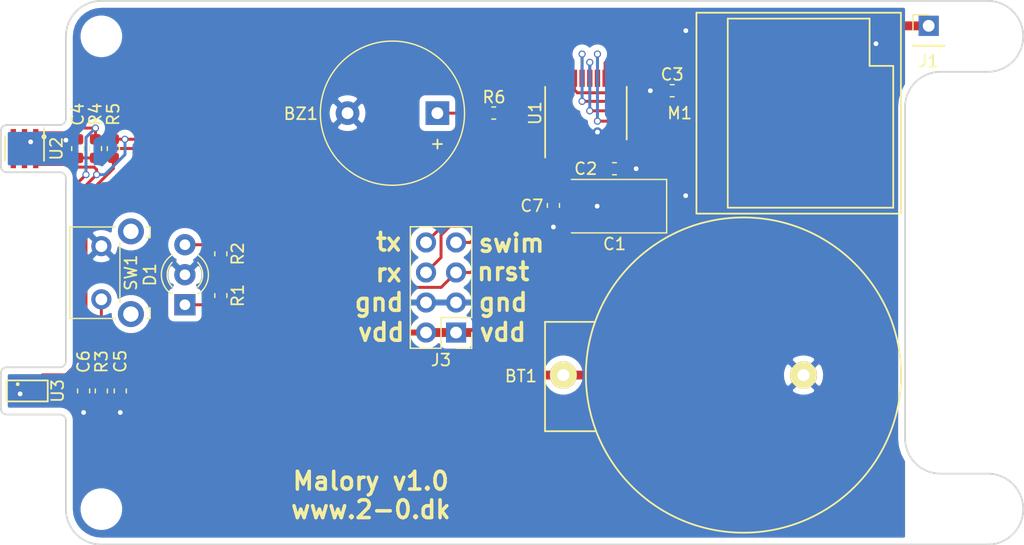
<source format=kicad_pcb>
(kicad_pcb (version 20171130) (host pcbnew 5.1.8-db9833491~87~ubuntu20.04.1)

  (general
    (thickness 1.6)
    (drawings 39)
    (tracks 264)
    (zones 0)
    (modules 27)
    (nets 26)
  )

  (page A4)
  (title_block
    (title Malory)
    (date 2018-09-01)
    (rev v1.0)
    (company www.2-0.dk)
  )

  (layers
    (0 F.Cu signal)
    (31 B.Cu signal)
    (32 B.Adhes user)
    (33 F.Adhes user)
    (34 B.Paste user)
    (35 F.Paste user)
    (36 B.SilkS user)
    (37 F.SilkS user)
    (38 B.Mask user)
    (39 F.Mask user)
    (40 Dwgs.User user)
    (41 Cmts.User user)
    (42 Eco1.User user)
    (43 Eco2.User user)
    (44 Edge.Cuts user)
    (45 Margin user)
    (46 B.CrtYd user)
    (47 F.CrtYd user)
    (48 B.Fab user hide)
    (49 F.Fab user hide)
  )

  (setup
    (last_trace_width 0.25)
    (trace_clearance 0.2)
    (zone_clearance 0.508)
    (zone_45_only no)
    (trace_min 0.2)
    (via_size 0.8)
    (via_drill 0.4)
    (via_min_size 0.4)
    (via_min_drill 0.3)
    (uvia_size 0.3)
    (uvia_drill 0.1)
    (uvias_allowed no)
    (uvia_min_size 0.2)
    (uvia_min_drill 0.1)
    (edge_width 0.15)
    (segment_width 0.2)
    (pcb_text_width 0.3)
    (pcb_text_size 1.5 1.5)
    (mod_edge_width 0.15)
    (mod_text_size 1 1)
    (mod_text_width 0.15)
    (pad_size 0.65 1.3)
    (pad_drill 0)
    (pad_to_mask_clearance 0)
    (aux_axis_origin 0 0)
    (visible_elements FFFFFF7F)
    (pcbplotparams
      (layerselection 0x010fc_ffffffff)
      (usegerberextensions false)
      (usegerberattributes false)
      (usegerberadvancedattributes false)
      (creategerberjobfile false)
      (excludeedgelayer true)
      (linewidth 0.100000)
      (plotframeref false)
      (viasonmask false)
      (mode 1)
      (useauxorigin false)
      (hpglpennumber 1)
      (hpglpenspeed 20)
      (hpglpendiameter 15.000000)
      (psnegative false)
      (psa4output false)
      (plotreference true)
      (plotvalue true)
      (plotinvisibletext false)
      (padsonsilk false)
      (subtractmaskfromsilk false)
      (outputformat 1)
      (mirror false)
      (drillshape 0)
      (scaleselection 1)
      (outputdirectory "plots"))
  )

  (net 0 "")
  (net 1 GND)
  (net 2 hmi_buzzer)
  (net 3 "Net-(C6-Pad2)")
  (net 4 "Net-(D1-Pad1)")
  (net 5 "Net-(D1-Pad3)")
  (net 6 swim)
  (net 7 uart_rx)
  (net 8 nrst)
  (net 9 uart_tx)
  (net 10 gpio0_radio)
  (net 11 gpio1_radio)
  (net 12 gpio2_radio)
  (net 13 spi_miso)
  (net 14 spi_mosi)
  (net 15 spi_sck)
  (net 16 nsel_radio)
  (net 17 nirq_radio)
  (net 18 sdn_radio)
  (net 19 hmi_red)
  (net 20 hmi_green)
  (net 21 i2c_sda)
  (net 22 i2c_scl)
  (net 23 "Net-(J1-Pad1)")
  (net 24 VDD)
  (net 25 "Net-(BZ1-Pad1)")

  (net_class Default "This is the default net class."
    (clearance 0.2)
    (trace_width 0.25)
    (via_dia 0.8)
    (via_drill 0.4)
    (uvia_dia 0.3)
    (uvia_drill 0.1)
    (add_net GND)
    (add_net "Net-(BZ1-Pad1)")
    (add_net "Net-(C6-Pad2)")
    (add_net "Net-(D1-Pad1)")
    (add_net "Net-(D1-Pad3)")
    (add_net "Net-(J1-Pad1)")
    (add_net VDD)
    (add_net gpio0_radio)
    (add_net gpio1_radio)
    (add_net gpio2_radio)
    (add_net hmi_buzzer)
    (add_net hmi_green)
    (add_net hmi_red)
    (add_net i2c_scl)
    (add_net i2c_sda)
    (add_net nirq_radio)
    (add_net nrst)
    (add_net nsel_radio)
    (add_net sdn_radio)
    (add_net spi_miso)
    (add_net spi_mosi)
    (add_net spi_sck)
    (add_net swim)
    (add_net uart_rx)
    (add_net uart_tx)
  )

  (module Capacitor_Tantalum_SMD:CP_EIA-7343-15_Kemet-W (layer F.Cu) (tedit 5B301BBE) (tstamp 5B7B6BB2)
    (at 155.92 96.87 180)
    (descr "Tantalum Capacitor SMD Kemet-W (7343-15 Metric), IPC_7351 nominal, (Body size from: http://www.kemet.com/Lists/ProductCatalog/Attachments/253/KEM_TC101_STD.pdf), generated with kicad-footprint-generator")
    (tags "capacitor tantalum")
    (path /5B705491)
    (attr smd)
    (fp_text reference C1 (at 0 -3.2) (layer F.SilkS)
      (effects (font (size 1 1) (thickness 0.15)))
    )
    (fp_text value 470u (at 0 3.1 180) (layer F.Fab)
      (effects (font (size 1 1) (thickness 0.15)))
    )
    (fp_line (start 3.65 -2.15) (end -2.65 -2.15) (layer F.Fab) (width 0.1))
    (fp_line (start -2.65 -2.15) (end -3.65 -1.15) (layer F.Fab) (width 0.1))
    (fp_line (start -3.65 -1.15) (end -3.65 2.15) (layer F.Fab) (width 0.1))
    (fp_line (start -3.65 2.15) (end 3.65 2.15) (layer F.Fab) (width 0.1))
    (fp_line (start 3.65 2.15) (end 3.65 -2.15) (layer F.Fab) (width 0.1))
    (fp_line (start 3.65 -2.26) (end -4.41 -2.26) (layer F.SilkS) (width 0.12))
    (fp_line (start -4.41 -2.26) (end -4.41 2.26) (layer F.SilkS) (width 0.12))
    (fp_line (start -4.41 2.26) (end 3.65 2.26) (layer F.SilkS) (width 0.12))
    (fp_line (start -4.4 2.4) (end -4.4 -2.4) (layer F.CrtYd) (width 0.05))
    (fp_line (start -4.4 -2.4) (end 4.4 -2.4) (layer F.CrtYd) (width 0.05))
    (fp_line (start 4.4 -2.4) (end 4.4 2.4) (layer F.CrtYd) (width 0.05))
    (fp_line (start 4.4 2.4) (end -4.4 2.4) (layer F.CrtYd) (width 0.05))
    (fp_text user %R (at 0 0 180) (layer F.Fab)
      (effects (font (size 1 1) (thickness 0.15)))
    )
    (pad 1 smd roundrect (at -3.1125 0 180) (size 2.075 2.55) (layers F.Cu F.Paste F.Mask) (roundrect_rratio 0.1204819277108434)
      (net 24 VDD))
    (pad 2 smd roundrect (at 3.1125 0 180) (size 2.075 2.55) (layers F.Cu F.Paste F.Mask) (roundrect_rratio 0.1204819277108434)
      (net 1 GND))
    (model ${KISYS3DMOD}/Capacitor_Tantalum_SMD.3dshapes/CP_EIA-7343-15_Kemet-W.wrl
      (at (xyz 0 0 0))
      (scale (xyz 1 1 1))
      (rotate (xyz 0 0 0))
    )
  )

  (module Capacitor_SMD:C_0603_1608Metric (layer F.Cu) (tedit 5B301BBE) (tstamp 5B7C5824)
    (at 114.1 112.5 270)
    (descr "Capacitor SMD 0603 (1608 Metric), square (rectangular) end terminal, IPC_7351 nominal, (Body size source: http://www.tortai-tech.com/upload/download/2011102023233369053.pdf), generated with kicad-footprint-generator")
    (tags capacitor)
    (path /5B7053D5)
    (attr smd)
    (fp_text reference C5 (at -2.5 0 270) (layer F.SilkS)
      (effects (font (size 1 1) (thickness 0.15)))
    )
    (fp_text value 100n (at 0 1.43 270) (layer F.Fab)
      (effects (font (size 1 1) (thickness 0.15)))
    )
    (fp_line (start 1.48 0.73) (end -1.48 0.73) (layer F.CrtYd) (width 0.05))
    (fp_line (start 1.48 -0.73) (end 1.48 0.73) (layer F.CrtYd) (width 0.05))
    (fp_line (start -1.48 -0.73) (end 1.48 -0.73) (layer F.CrtYd) (width 0.05))
    (fp_line (start -1.48 0.73) (end -1.48 -0.73) (layer F.CrtYd) (width 0.05))
    (fp_line (start -0.162779 0.51) (end 0.162779 0.51) (layer F.SilkS) (width 0.12))
    (fp_line (start -0.162779 -0.51) (end 0.162779 -0.51) (layer F.SilkS) (width 0.12))
    (fp_line (start 0.8 0.4) (end -0.8 0.4) (layer F.Fab) (width 0.1))
    (fp_line (start 0.8 -0.4) (end 0.8 0.4) (layer F.Fab) (width 0.1))
    (fp_line (start -0.8 -0.4) (end 0.8 -0.4) (layer F.Fab) (width 0.1))
    (fp_line (start -0.8 0.4) (end -0.8 -0.4) (layer F.Fab) (width 0.1))
    (fp_text user %R (at 0 0 270) (layer F.Fab)
      (effects (font (size 0.4 0.4) (thickness 0.06)))
    )
    (pad 2 smd roundrect (at 0.7875 0 270) (size 0.875 0.95) (layers F.Cu F.Paste F.Mask) (roundrect_rratio 0.25)
      (net 1 GND))
    (pad 1 smd roundrect (at -0.7875 0 270) (size 0.875 0.95) (layers F.Cu F.Paste F.Mask) (roundrect_rratio 0.25)
      (net 24 VDD))
    (model ${KISYS3DMOD}/Capacitor_SMD.3dshapes/C_0603_1608Metric.wrl
      (at (xyz 0 0 0))
      (scale (xyz 1 1 1))
      (rotate (xyz 0 0 0))
    )
  )

  (module Package_SO:TSSOP-20_4.4x6.5mm_P0.65mm (layer F.Cu) (tedit 5A02F25C) (tstamp 5B7C5910)
    (at 153.5 89 90)
    (descr "20-Lead Plastic Thin Shrink Small Outline (ST)-4.4 mm Body [TSSOP] (see Microchip Packaging Specification 00000049BS.pdf)")
    (tags "SSOP 0.65")
    (path /5FAA9CA6)
    (attr smd)
    (fp_text reference U1 (at 0 -4.3 90) (layer F.SilkS)
      (effects (font (size 1 1) (thickness 0.15)))
    )
    (fp_text value STM8L051F3P (at 0 4.3 90) (layer F.Fab)
      (effects (font (size 1 1) (thickness 0.15)))
    )
    (fp_line (start -1.2 -3.25) (end 2.2 -3.25) (layer F.Fab) (width 0.15))
    (fp_line (start 2.2 -3.25) (end 2.2 3.25) (layer F.Fab) (width 0.15))
    (fp_line (start 2.2 3.25) (end -2.2 3.25) (layer F.Fab) (width 0.15))
    (fp_line (start -2.2 3.25) (end -2.2 -2.25) (layer F.Fab) (width 0.15))
    (fp_line (start -2.2 -2.25) (end -1.2 -3.25) (layer F.Fab) (width 0.15))
    (fp_line (start -3.95 -3.55) (end -3.95 3.55) (layer F.CrtYd) (width 0.05))
    (fp_line (start 3.95 -3.55) (end 3.95 3.55) (layer F.CrtYd) (width 0.05))
    (fp_line (start -3.95 -3.55) (end 3.95 -3.55) (layer F.CrtYd) (width 0.05))
    (fp_line (start -3.95 3.55) (end 3.95 3.55) (layer F.CrtYd) (width 0.05))
    (fp_line (start -2.225 3.45) (end 2.225 3.45) (layer F.SilkS) (width 0.15))
    (fp_line (start -3.75 -3.45) (end 2.225 -3.45) (layer F.SilkS) (width 0.15))
    (fp_text user %R (at 0 0 90) (layer F.Fab)
      (effects (font (size 0.8 0.8) (thickness 0.15)))
    )
    (pad 1 smd rect (at -2.95 -2.925 90) (size 1.45 0.45) (layers F.Cu F.Paste F.Mask)
      (net 9 uart_tx))
    (pad 2 smd rect (at -2.95 -2.275 90) (size 1.45 0.45) (layers F.Cu F.Paste F.Mask)
      (net 7 uart_rx))
    (pad 3 smd rect (at -2.95 -1.625 90) (size 1.45 0.45) (layers F.Cu F.Paste F.Mask)
      (net 6 swim))
    (pad 4 smd rect (at -2.95 -0.975 90) (size 1.45 0.45) (layers F.Cu F.Paste F.Mask)
      (net 8 nrst))
    (pad 5 smd rect (at -2.95 -0.325 90) (size 1.45 0.45) (layers F.Cu F.Paste F.Mask)
      (net 19 hmi_red))
    (pad 6 smd rect (at -2.95 0.325 90) (size 1.45 0.45) (layers F.Cu F.Paste F.Mask)
      (net 20 hmi_green))
    (pad 7 smd rect (at -2.95 0.975 90) (size 1.45 0.45) (layers F.Cu F.Paste F.Mask)
      (net 1 GND))
    (pad 8 smd rect (at -2.95 1.625 90) (size 1.45 0.45) (layers F.Cu F.Paste F.Mask)
      (net 24 VDD))
    (pad 9 smd rect (at -2.95 2.275 90) (size 1.45 0.45) (layers F.Cu F.Paste F.Mask)
      (net 17 nirq_radio))
    (pad 10 smd rect (at -2.95 2.925 90) (size 1.45 0.45) (layers F.Cu F.Paste F.Mask)
      (net 18 sdn_radio))
    (pad 11 smd rect (at 2.95 2.925 90) (size 1.45 0.45) (layers F.Cu F.Paste F.Mask)
      (net 12 gpio2_radio))
    (pad 12 smd rect (at 2.95 2.275 90) (size 1.45 0.45) (layers F.Cu F.Paste F.Mask)
      (net 11 gpio1_radio))
    (pad 13 smd rect (at 2.95 1.625 90) (size 1.45 0.45) (layers F.Cu F.Paste F.Mask)
      (net 10 gpio0_radio))
    (pad 14 smd rect (at 2.95 0.975 90) (size 1.45 0.45) (layers F.Cu F.Paste F.Mask)
      (net 16 nsel_radio))
    (pad 15 smd rect (at 2.95 0.325 90) (size 1.45 0.45) (layers F.Cu F.Paste F.Mask)
      (net 15 spi_sck))
    (pad 16 smd rect (at 2.95 -0.325 90) (size 1.45 0.45) (layers F.Cu F.Paste F.Mask)
      (net 14 spi_mosi))
    (pad 17 smd rect (at 2.95 -0.975 90) (size 1.45 0.45) (layers F.Cu F.Paste F.Mask)
      (net 13 spi_miso))
    (pad 18 smd rect (at 2.95 -1.625 90) (size 1.45 0.45) (layers F.Cu F.Paste F.Mask)
      (net 21 i2c_sda))
    (pad 19 smd rect (at 2.95 -2.275 90) (size 1.45 0.45) (layers F.Cu F.Paste F.Mask)
      (net 22 i2c_scl))
    (pad 20 smd rect (at 2.95 -2.925 90) (size 1.45 0.45) (layers F.Cu F.Paste F.Mask)
      (net 2 hmi_buzzer))
    (model ${KISYS3DMOD}/Package_SO.3dshapes/TSSOP-20_4.4x6.5mm_P0.65mm.wrl
      (at (xyz 0 0 0))
      (scale (xyz 1 1 1))
      (rotate (xyz 0 0 0))
    )
  )

  (module Capacitor_SMD:C_0603_1608Metric (layer F.Cu) (tedit 5B301BBE) (tstamp 5B7C57F1)
    (at 155.9125 93.7)
    (descr "Capacitor SMD 0603 (1608 Metric), square (rectangular) end terminal, IPC_7351 nominal, (Body size source: http://www.tortai-tech.com/upload/download/2011102023233369053.pdf), generated with kicad-footprint-generator")
    (tags capacitor)
    (path /5B705323)
    (attr smd)
    (fp_text reference C2 (at -2.43 0) (layer F.SilkS)
      (effects (font (size 1 1) (thickness 0.15)))
    )
    (fp_text value 100n (at 0 1.43) (layer F.Fab)
      (effects (font (size 1 1) (thickness 0.15)))
    )
    (fp_line (start -0.8 0.4) (end -0.8 -0.4) (layer F.Fab) (width 0.1))
    (fp_line (start -0.8 -0.4) (end 0.8 -0.4) (layer F.Fab) (width 0.1))
    (fp_line (start 0.8 -0.4) (end 0.8 0.4) (layer F.Fab) (width 0.1))
    (fp_line (start 0.8 0.4) (end -0.8 0.4) (layer F.Fab) (width 0.1))
    (fp_line (start -0.162779 -0.51) (end 0.162779 -0.51) (layer F.SilkS) (width 0.12))
    (fp_line (start -0.162779 0.51) (end 0.162779 0.51) (layer F.SilkS) (width 0.12))
    (fp_line (start -1.48 0.73) (end -1.48 -0.73) (layer F.CrtYd) (width 0.05))
    (fp_line (start -1.48 -0.73) (end 1.48 -0.73) (layer F.CrtYd) (width 0.05))
    (fp_line (start 1.48 -0.73) (end 1.48 0.73) (layer F.CrtYd) (width 0.05))
    (fp_line (start 1.48 0.73) (end -1.48 0.73) (layer F.CrtYd) (width 0.05))
    (fp_text user %R (at 0 0) (layer F.Fab)
      (effects (font (size 0.4 0.4) (thickness 0.06)))
    )
    (pad 1 smd roundrect (at -0.7875 0) (size 0.875 0.95) (layers F.Cu F.Paste F.Mask) (roundrect_rratio 0.25)
      (net 24 VDD))
    (pad 2 smd roundrect (at 0.7875 0) (size 0.875 0.95) (layers F.Cu F.Paste F.Mask) (roundrect_rratio 0.25)
      (net 1 GND))
    (model ${KISYS3DMOD}/Capacitor_SMD.3dshapes/C_0603_1608Metric.wrl
      (at (xyz 0 0 0))
      (scale (xyz 1 1 1))
      (rotate (xyz 0 0 0))
    )
  )

  (module Buzzer_Beeper:Buzzer_12x9.5RM7.6 (layer F.Cu) (tedit 5A030281) (tstamp 5B7C57CD)
    (at 140.93 89 180)
    (descr "Generic Buzzer, D12mm height 9.5mm with RM7.6mm")
    (tags buzzer)
    (path /5B701D6B)
    (fp_text reference BZ1 (at 11.55 -0.05 180) (layer F.SilkS)
      (effects (font (size 1 1) (thickness 0.15)))
    )
    (fp_text value Buzzer (at 3.8 7.4 180) (layer F.Fab)
      (effects (font (size 1 1) (thickness 0.15)))
    )
    (fp_circle (center 3.8 0) (end 10.05 0) (layer F.CrtYd) (width 0.05))
    (fp_circle (center 3.8 0) (end 9.8 0) (layer F.Fab) (width 0.1))
    (fp_circle (center 3.8 0) (end 4.8 0) (layer F.Fab) (width 0.1))
    (fp_circle (center 3.8 0) (end 9.9 0) (layer F.SilkS) (width 0.12))
    (fp_text user + (at -0.01 -2.54 180) (layer F.Fab)
      (effects (font (size 1 1) (thickness 0.15)))
    )
    (fp_text user + (at -0.01 -2.54 180) (layer F.SilkS)
      (effects (font (size 1 1) (thickness 0.15)))
    )
    (fp_text user %R (at 3.8 -4 180) (layer F.Fab)
      (effects (font (size 1 1) (thickness 0.15)))
    )
    (pad 1 thru_hole rect (at 0 0 180) (size 2 2) (drill 1) (layers *.Cu *.Mask)
      (net 25 "Net-(BZ1-Pad1)"))
    (pad 2 thru_hole circle (at 7.6 0 180) (size 2 2) (drill 1) (layers *.Cu *.Mask)
      (net 1 GND))
    (model ${KISYS3DMOD}/Buzzer_Beeper.3dshapes/Buzzer_12x9.5RM7.6.wrl
      (at (xyz 0 0 0))
      (scale (xyz 1 1 1))
      (rotate (xyz 0 0 0))
    )
  )

  (module Capacitor_SMD:C_0603_1608Metric (layer F.Cu) (tedit 5B301BBE) (tstamp 5B7C5802)
    (at 160.8 87.1 180)
    (descr "Capacitor SMD 0603 (1608 Metric), square (rectangular) end terminal, IPC_7351 nominal, (Body size source: http://www.tortai-tech.com/upload/download/2011102023233369053.pdf), generated with kicad-footprint-generator")
    (tags capacitor)
    (path /5B705365)
    (attr smd)
    (fp_text reference C3 (at 0 1.375 180) (layer F.SilkS)
      (effects (font (size 1 1) (thickness 0.15)))
    )
    (fp_text value 100n (at 0 1.43 180) (layer F.Fab)
      (effects (font (size 1 1) (thickness 0.15)))
    )
    (fp_line (start 1.48 0.73) (end -1.48 0.73) (layer F.CrtYd) (width 0.05))
    (fp_line (start 1.48 -0.73) (end 1.48 0.73) (layer F.CrtYd) (width 0.05))
    (fp_line (start -1.48 -0.73) (end 1.48 -0.73) (layer F.CrtYd) (width 0.05))
    (fp_line (start -1.48 0.73) (end -1.48 -0.73) (layer F.CrtYd) (width 0.05))
    (fp_line (start -0.162779 0.51) (end 0.162779 0.51) (layer F.SilkS) (width 0.12))
    (fp_line (start -0.162779 -0.51) (end 0.162779 -0.51) (layer F.SilkS) (width 0.12))
    (fp_line (start 0.8 0.4) (end -0.8 0.4) (layer F.Fab) (width 0.1))
    (fp_line (start 0.8 -0.4) (end 0.8 0.4) (layer F.Fab) (width 0.1))
    (fp_line (start -0.8 -0.4) (end 0.8 -0.4) (layer F.Fab) (width 0.1))
    (fp_line (start -0.8 0.4) (end -0.8 -0.4) (layer F.Fab) (width 0.1))
    (fp_text user %R (at 0 0 180) (layer F.Fab)
      (effects (font (size 0.4 0.4) (thickness 0.06)))
    )
    (pad 2 smd roundrect (at 0.7875 0 180) (size 0.875 0.95) (layers F.Cu F.Paste F.Mask) (roundrect_rratio 0.25)
      (net 1 GND))
    (pad 1 smd roundrect (at -0.7875 0 180) (size 0.875 0.95) (layers F.Cu F.Paste F.Mask) (roundrect_rratio 0.25)
      (net 24 VDD))
    (model ${KISYS3DMOD}/Capacitor_SMD.3dshapes/C_0603_1608Metric.wrl
      (at (xyz 0 0 0))
      (scale (xyz 1 1 1))
      (rotate (xyz 0 0 0))
    )
  )

  (module Capacitor_SMD:C_0603_1608Metric (layer F.Cu) (tedit 5B301BBE) (tstamp 5B7C5813)
    (at 110.5 92 90)
    (descr "Capacitor SMD 0603 (1608 Metric), square (rectangular) end terminal, IPC_7351 nominal, (Body size source: http://www.tortai-tech.com/upload/download/2011102023233369053.pdf), generated with kicad-footprint-generator")
    (tags capacitor)
    (path /5B70539B)
    (attr smd)
    (fp_text reference C4 (at 2.9 0 90) (layer F.SilkS)
      (effects (font (size 1 1) (thickness 0.15)))
    )
    (fp_text value 100n (at 0 1.43 90) (layer F.Fab)
      (effects (font (size 1 1) (thickness 0.15)))
    )
    (fp_line (start -0.8 0.4) (end -0.8 -0.4) (layer F.Fab) (width 0.1))
    (fp_line (start -0.8 -0.4) (end 0.8 -0.4) (layer F.Fab) (width 0.1))
    (fp_line (start 0.8 -0.4) (end 0.8 0.4) (layer F.Fab) (width 0.1))
    (fp_line (start 0.8 0.4) (end -0.8 0.4) (layer F.Fab) (width 0.1))
    (fp_line (start -0.162779 -0.51) (end 0.162779 -0.51) (layer F.SilkS) (width 0.12))
    (fp_line (start -0.162779 0.51) (end 0.162779 0.51) (layer F.SilkS) (width 0.12))
    (fp_line (start -1.48 0.73) (end -1.48 -0.73) (layer F.CrtYd) (width 0.05))
    (fp_line (start -1.48 -0.73) (end 1.48 -0.73) (layer F.CrtYd) (width 0.05))
    (fp_line (start 1.48 -0.73) (end 1.48 0.73) (layer F.CrtYd) (width 0.05))
    (fp_line (start 1.48 0.73) (end -1.48 0.73) (layer F.CrtYd) (width 0.05))
    (fp_text user %R (at 0 0 90) (layer F.Fab)
      (effects (font (size 0.4 0.4) (thickness 0.06)))
    )
    (pad 1 smd roundrect (at -0.7875 0 90) (size 0.875 0.95) (layers F.Cu F.Paste F.Mask) (roundrect_rratio 0.25)
      (net 24 VDD))
    (pad 2 smd roundrect (at 0.7875 0 90) (size 0.875 0.95) (layers F.Cu F.Paste F.Mask) (roundrect_rratio 0.25)
      (net 1 GND))
    (model ${KISYS3DMOD}/Capacitor_SMD.3dshapes/C_0603_1608Metric.wrl
      (at (xyz 0 0 0))
      (scale (xyz 1 1 1))
      (rotate (xyz 0 0 0))
    )
  )

  (module Capacitor_SMD:C_0603_1608Metric (layer F.Cu) (tedit 5B301BBE) (tstamp 5B7C5835)
    (at 111 112.5 90)
    (descr "Capacitor SMD 0603 (1608 Metric), square (rectangular) end terminal, IPC_7351 nominal, (Body size source: http://www.tortai-tech.com/upload/download/2011102023233369053.pdf), generated with kicad-footprint-generator")
    (tags capacitor)
    (path /5B7039B5)
    (attr smd)
    (fp_text reference C6 (at 2.48 -0.01 90) (layer F.SilkS)
      (effects (font (size 1 1) (thickness 0.15)))
    )
    (fp_text value 1u (at 0 1.43 90) (layer F.Fab)
      (effects (font (size 1 1) (thickness 0.15)))
    )
    (fp_line (start -0.8 0.4) (end -0.8 -0.4) (layer F.Fab) (width 0.1))
    (fp_line (start -0.8 -0.4) (end 0.8 -0.4) (layer F.Fab) (width 0.1))
    (fp_line (start 0.8 -0.4) (end 0.8 0.4) (layer F.Fab) (width 0.1))
    (fp_line (start 0.8 0.4) (end -0.8 0.4) (layer F.Fab) (width 0.1))
    (fp_line (start -0.162779 -0.51) (end 0.162779 -0.51) (layer F.SilkS) (width 0.12))
    (fp_line (start -0.162779 0.51) (end 0.162779 0.51) (layer F.SilkS) (width 0.12))
    (fp_line (start -1.48 0.73) (end -1.48 -0.73) (layer F.CrtYd) (width 0.05))
    (fp_line (start -1.48 -0.73) (end 1.48 -0.73) (layer F.CrtYd) (width 0.05))
    (fp_line (start 1.48 -0.73) (end 1.48 0.73) (layer F.CrtYd) (width 0.05))
    (fp_line (start 1.48 0.73) (end -1.48 0.73) (layer F.CrtYd) (width 0.05))
    (fp_text user %R (at 0 0 90) (layer F.Fab)
      (effects (font (size 0.4 0.4) (thickness 0.06)))
    )
    (pad 1 smd roundrect (at -0.7875 0 90) (size 0.875 0.95) (layers F.Cu F.Paste F.Mask) (roundrect_rratio 0.25)
      (net 1 GND))
    (pad 2 smd roundrect (at 0.7875 0 90) (size 0.875 0.95) (layers F.Cu F.Paste F.Mask) (roundrect_rratio 0.25)
      (net 3 "Net-(C6-Pad2)"))
    (model ${KISYS3DMOD}/Capacitor_SMD.3dshapes/C_0603_1608Metric.wrl
      (at (xyz 0 0 0))
      (scale (xyz 1 1 1))
      (rotate (xyz 0 0 0))
    )
  )

  (module LED_THT:LED_D3.0mm-3 (layer F.Cu) (tedit 587A3A7B) (tstamp 5B7C5849)
    (at 119.57 105.21 90)
    (descr "LED, diameter 3.0mm, 2 pins, diameter 3.0mm, 3 pins, http://www.kingbright.com/attachments/file/psearch/000/00/00/L-3VSURKCGKC(Ver.8A).pdf")
    (tags "LED diameter 3.0mm 2 pins diameter 3.0mm 3 pins")
    (path /5B701E49)
    (fp_text reference D1 (at 2.54 -2.96 90) (layer F.SilkS)
      (effects (font (size 1 1) (thickness 0.15)))
    )
    (fp_text value LED_Dual_ACA (at 2.54 2.96 90) (layer F.Fab)
      (effects (font (size 1 1) (thickness 0.15)))
    )
    (fp_circle (center 2.54 0) (end 4.04 0) (layer F.Fab) (width 0.1))
    (fp_line (start 1.04 -1.16619) (end 1.04 1.16619) (layer F.Fab) (width 0.1))
    (fp_line (start 0.98 -1.236) (end 0.98 -1.08) (layer F.SilkS) (width 0.12))
    (fp_line (start 0.98 1.08) (end 0.98 1.236) (layer F.SilkS) (width 0.12))
    (fp_line (start -1.15 -2.25) (end -1.15 2.25) (layer F.CrtYd) (width 0.05))
    (fp_line (start -1.15 2.25) (end 6.25 2.25) (layer F.CrtYd) (width 0.05))
    (fp_line (start 6.25 2.25) (end 6.25 -2.25) (layer F.CrtYd) (width 0.05))
    (fp_line (start 6.25 -2.25) (end -1.15 -2.25) (layer F.CrtYd) (width 0.05))
    (fp_arc (start 2.54 0) (end 1.04 -1.16619) (angle 284.3) (layer F.Fab) (width 0.1))
    (fp_arc (start 2.54 0) (end 0.98 -1.235516) (angle 108.8) (layer F.SilkS) (width 0.12))
    (fp_arc (start 2.54 0) (end 0.98 1.235516) (angle -108.8) (layer F.SilkS) (width 0.12))
    (fp_arc (start 2.54 0) (end 1.499039 -1.08) (angle 87.9) (layer F.SilkS) (width 0.12))
    (fp_arc (start 2.54 0) (end 1.499039 1.08) (angle -87.9) (layer F.SilkS) (width 0.12))
    (pad 1 thru_hole rect (at 0 0 90) (size 1.8 1.8) (drill 0.9) (layers *.Cu *.Mask)
      (net 4 "Net-(D1-Pad1)"))
    (pad 2 thru_hole circle (at 2.54 0 90) (size 1.8 1.8) (drill 0.9) (layers *.Cu *.Mask)
      (net 1 GND))
    (pad 3 thru_hole circle (at 5.08 0 90) (size 1.8 1.8) (drill 0.9) (layers *.Cu *.Mask)
      (net 5 "Net-(D1-Pad3)"))
    (model ${KISYS3DMOD}/LED_THT.3dshapes/LED_D3.0mm-3.wrl
      (at (xyz 0 0 0))
      (scale (xyz 1 1 1))
      (rotate (xyz 0 0 0))
    )
  )

  (module Resistor_SMD:R_0603_1608Metric (layer F.Cu) (tedit 5B301BBD) (tstamp 5B7C58CA)
    (at 122.61 104.43 270)
    (descr "Resistor SMD 0603 (1608 Metric), square (rectangular) end terminal, IPC_7351 nominal, (Body size source: http://www.tortai-tech.com/upload/download/2011102023233369053.pdf), generated with kicad-footprint-generator")
    (tags resistor)
    (path /5B701EC7)
    (attr smd)
    (fp_text reference R1 (at 0 -1.43 270) (layer F.SilkS)
      (effects (font (size 1 1) (thickness 0.15)))
    )
    (fp_text value 1k (at 0 1.43 270) (layer F.Fab)
      (effects (font (size 1 1) (thickness 0.15)))
    )
    (fp_line (start -0.8 0.4) (end -0.8 -0.4) (layer F.Fab) (width 0.1))
    (fp_line (start -0.8 -0.4) (end 0.8 -0.4) (layer F.Fab) (width 0.1))
    (fp_line (start 0.8 -0.4) (end 0.8 0.4) (layer F.Fab) (width 0.1))
    (fp_line (start 0.8 0.4) (end -0.8 0.4) (layer F.Fab) (width 0.1))
    (fp_line (start -0.162779 -0.51) (end 0.162779 -0.51) (layer F.SilkS) (width 0.12))
    (fp_line (start -0.162779 0.51) (end 0.162779 0.51) (layer F.SilkS) (width 0.12))
    (fp_line (start -1.48 0.73) (end -1.48 -0.73) (layer F.CrtYd) (width 0.05))
    (fp_line (start -1.48 -0.73) (end 1.48 -0.73) (layer F.CrtYd) (width 0.05))
    (fp_line (start 1.48 -0.73) (end 1.48 0.73) (layer F.CrtYd) (width 0.05))
    (fp_line (start 1.48 0.73) (end -1.48 0.73) (layer F.CrtYd) (width 0.05))
    (fp_text user %R (at 0 0 270) (layer F.Fab)
      (effects (font (size 0.4 0.4) (thickness 0.06)))
    )
    (pad 1 smd roundrect (at -0.7875 0 270) (size 0.875 0.95) (layers F.Cu F.Paste F.Mask) (roundrect_rratio 0.25)
      (net 19 hmi_red))
    (pad 2 smd roundrect (at 0.7875 0 270) (size 0.875 0.95) (layers F.Cu F.Paste F.Mask) (roundrect_rratio 0.25)
      (net 4 "Net-(D1-Pad1)"))
    (model ${KISYS3DMOD}/Resistor_SMD.3dshapes/R_0603_1608Metric.wrl
      (at (xyz 0 0 0))
      (scale (xyz 1 1 1))
      (rotate (xyz 0 0 0))
    )
  )

  (module Resistor_SMD:R_0603_1608Metric (layer F.Cu) (tedit 5B301BBD) (tstamp 5B7C58DB)
    (at 122.61 100.9 270)
    (descr "Resistor SMD 0603 (1608 Metric), square (rectangular) end terminal, IPC_7351 nominal, (Body size source: http://www.tortai-tech.com/upload/download/2011102023233369053.pdf), generated with kicad-footprint-generator")
    (tags resistor)
    (path /5B701F93)
    (attr smd)
    (fp_text reference R2 (at 0 -1.43 270) (layer F.SilkS)
      (effects (font (size 1 1) (thickness 0.15)))
    )
    (fp_text value 1k (at 0 1.43 270) (layer F.Fab)
      (effects (font (size 1 1) (thickness 0.15)))
    )
    (fp_line (start 1.48 0.73) (end -1.48 0.73) (layer F.CrtYd) (width 0.05))
    (fp_line (start 1.48 -0.73) (end 1.48 0.73) (layer F.CrtYd) (width 0.05))
    (fp_line (start -1.48 -0.73) (end 1.48 -0.73) (layer F.CrtYd) (width 0.05))
    (fp_line (start -1.48 0.73) (end -1.48 -0.73) (layer F.CrtYd) (width 0.05))
    (fp_line (start -0.162779 0.51) (end 0.162779 0.51) (layer F.SilkS) (width 0.12))
    (fp_line (start -0.162779 -0.51) (end 0.162779 -0.51) (layer F.SilkS) (width 0.12))
    (fp_line (start 0.8 0.4) (end -0.8 0.4) (layer F.Fab) (width 0.1))
    (fp_line (start 0.8 -0.4) (end 0.8 0.4) (layer F.Fab) (width 0.1))
    (fp_line (start -0.8 -0.4) (end 0.8 -0.4) (layer F.Fab) (width 0.1))
    (fp_line (start -0.8 0.4) (end -0.8 -0.4) (layer F.Fab) (width 0.1))
    (fp_text user %R (at 0 0 270) (layer F.Fab)
      (effects (font (size 0.4 0.4) (thickness 0.06)))
    )
    (pad 2 smd roundrect (at 0.7875 0 270) (size 0.875 0.95) (layers F.Cu F.Paste F.Mask) (roundrect_rratio 0.25)
      (net 20 hmi_green))
    (pad 1 smd roundrect (at -0.7875 0 270) (size 0.875 0.95) (layers F.Cu F.Paste F.Mask) (roundrect_rratio 0.25)
      (net 5 "Net-(D1-Pad3)"))
    (model ${KISYS3DMOD}/Resistor_SMD.3dshapes/R_0603_1608Metric.wrl
      (at (xyz 0 0 0))
      (scale (xyz 1 1 1))
      (rotate (xyz 0 0 0))
    )
  )

  (module Resistor_SMD:R_0603_1608Metric (layer F.Cu) (tedit 5B301BBD) (tstamp 5B7C58EC)
    (at 112.5 112.5 90)
    (descr "Resistor SMD 0603 (1608 Metric), square (rectangular) end terminal, IPC_7351 nominal, (Body size source: http://www.tortai-tech.com/upload/download/2011102023233369053.pdf), generated with kicad-footprint-generator")
    (tags resistor)
    (path /5B70393C)
    (attr smd)
    (fp_text reference R3 (at 2.47 0.01 90) (layer F.SilkS)
      (effects (font (size 1 1) (thickness 0.15)))
    )
    (fp_text value 1k (at 0 1.43 90) (layer F.Fab)
      (effects (font (size 1 1) (thickness 0.15)))
    )
    (fp_line (start -0.8 0.4) (end -0.8 -0.4) (layer F.Fab) (width 0.1))
    (fp_line (start -0.8 -0.4) (end 0.8 -0.4) (layer F.Fab) (width 0.1))
    (fp_line (start 0.8 -0.4) (end 0.8 0.4) (layer F.Fab) (width 0.1))
    (fp_line (start 0.8 0.4) (end -0.8 0.4) (layer F.Fab) (width 0.1))
    (fp_line (start -0.162779 -0.51) (end 0.162779 -0.51) (layer F.SilkS) (width 0.12))
    (fp_line (start -0.162779 0.51) (end 0.162779 0.51) (layer F.SilkS) (width 0.12))
    (fp_line (start -1.48 0.73) (end -1.48 -0.73) (layer F.CrtYd) (width 0.05))
    (fp_line (start -1.48 -0.73) (end 1.48 -0.73) (layer F.CrtYd) (width 0.05))
    (fp_line (start 1.48 -0.73) (end 1.48 0.73) (layer F.CrtYd) (width 0.05))
    (fp_line (start 1.48 0.73) (end -1.48 0.73) (layer F.CrtYd) (width 0.05))
    (fp_text user %R (at 0 0 90) (layer F.Fab)
      (effects (font (size 0.4 0.4) (thickness 0.06)))
    )
    (pad 1 smd roundrect (at -0.7875 0 90) (size 0.875 0.95) (layers F.Cu F.Paste F.Mask) (roundrect_rratio 0.25)
      (net 24 VDD))
    (pad 2 smd roundrect (at 0.7875 0 90) (size 0.875 0.95) (layers F.Cu F.Paste F.Mask) (roundrect_rratio 0.25)
      (net 3 "Net-(C6-Pad2)"))
    (model ${KISYS3DMOD}/Resistor_SMD.3dshapes/R_0603_1608Metric.wrl
      (at (xyz 0 0 0))
      (scale (xyz 1 1 1))
      (rotate (xyz 0 0 0))
    )
  )

  (module MountingHole:MountingHole_2.5mm (layer F.Cu) (tedit 5B71C8AF) (tstamp 5B7B41C0)
    (at 112.5 82.5)
    (descr "Mounting Hole 2.5mm, no annular")
    (tags "mounting hole 2.5mm no annular")
    (path /5B707653)
    (attr virtual)
    (fp_text reference MH1 (at 0 -3.5) (layer F.SilkS) hide
      (effects (font (size 1 1) (thickness 0.15)))
    )
    (fp_text value MountingHole (at 0 3.5) (layer F.Fab)
      (effects (font (size 1 1) (thickness 0.15)))
    )
    (fp_circle (center 0 0) (end 2.75 0) (layer F.CrtYd) (width 0.05))
    (fp_circle (center 0 0) (end 2.5 0) (layer Cmts.User) (width 0.15))
    (fp_text user %R (at 0.3 0) (layer F.Fab)
      (effects (font (size 1 1) (thickness 0.15)))
    )
    (pad 1 np_thru_hole circle (at 0 0) (size 2.5 2.5) (drill 2.5) (layers *.Cu *.Mask))
  )

  (module MountingHole:MountingHole_2.5mm (layer F.Cu) (tedit 5B71C8A9) (tstamp 5B7B4120)
    (at 112.5 122.5)
    (descr "Mounting Hole 2.5mm, no annular")
    (tags "mounting hole 2.5mm no annular")
    (path /5B707729)
    (attr virtual)
    (fp_text reference MH2 (at 0 -3.5) (layer F.SilkS) hide
      (effects (font (size 1 1) (thickness 0.15)))
    )
    (fp_text value MountingHole (at 0 3.5) (layer F.Fab)
      (effects (font (size 1 1) (thickness 0.15)))
    )
    (fp_circle (center 0 0) (end 2.5 0) (layer Cmts.User) (width 0.15))
    (fp_circle (center 0 0) (end 2.75 0) (layer F.CrtYd) (width 0.05))
    (fp_text user %R (at 0.3 0) (layer F.Fab)
      (effects (font (size 1 1) (thickness 0.15)))
    )
    (pad 1 np_thru_hole circle (at 0 0) (size 2.5 2.5) (drill 2.5) (layers *.Cu *.Mask))
  )

  (module MountingHole:MountingHole_2.5mm (layer F.Cu) (tedit 5B71C8B6) (tstamp 5B7B4128)
    (at 187.5 122.5)
    (descr "Mounting Hole 2.5mm, no annular")
    (tags "mounting hole 2.5mm no annular")
    (path /5B707765)
    (attr virtual)
    (fp_text reference MH3 (at 0 -3.5) (layer F.SilkS) hide
      (effects (font (size 1 1) (thickness 0.15)))
    )
    (fp_text value MountingHole (at 0 3.5) (layer F.Fab)
      (effects (font (size 1 1) (thickness 0.15)))
    )
    (fp_circle (center 0 0) (end 2.75 0) (layer F.CrtYd) (width 0.05))
    (fp_circle (center 0 0) (end 2.5 0) (layer Cmts.User) (width 0.15))
    (fp_text user %R (at 0.3 0) (layer F.Fab)
      (effects (font (size 1 1) (thickness 0.15)))
    )
    (pad 1 np_thru_hole circle (at 0 0) (size 2.5 2.5) (drill 2.5) (layers *.Cu *.Mask))
  )

  (module MountingHole:MountingHole_2.5mm (layer F.Cu) (tedit 5B71C8BC) (tstamp 5B7B4130)
    (at 187.5 82.5)
    (descr "Mounting Hole 2.5mm, no annular")
    (tags "mounting hole 2.5mm no annular")
    (path /5B7077A3)
    (attr virtual)
    (fp_text reference MH4 (at 0 -3.5) (layer F.SilkS) hide
      (effects (font (size 1 1) (thickness 0.15)))
    )
    (fp_text value MountingHole (at 0 3.5) (layer F.Fab)
      (effects (font (size 1 1) (thickness 0.15)))
    )
    (fp_circle (center 0 0) (end 2.5 0) (layer Cmts.User) (width 0.15))
    (fp_circle (center 0 0) (end 2.75 0) (layer F.CrtYd) (width 0.05))
    (fp_text user %R (at 0.3 0) (layer F.Fab)
      (effects (font (size 1 1) (thickness 0.15)))
    )
    (pad 1 np_thru_hole circle (at 0 0) (size 2.5 2.5) (drill 2.5) (layers *.Cu *.Mask))
  )

  (module Connector_PinHeader_2.54mm:PinHeader_1x01_P2.54mm_Vertical (layer F.Cu) (tedit 5B706EE0) (tstamp 5B7B4567)
    (at 182.5 82)
    (descr "Through hole straight pin header, 1x01, 2.54mm pitch, single row")
    (tags "Through hole pin header THT 1x01 2.54mm single row")
    (path /5B70DCBD)
    (fp_text reference J1 (at -0.01 2.6) (layer F.SilkS)
      (effects (font (size 1 1) (thickness 0.15)))
    )
    (fp_text value Antenna (at 0 2.33) (layer F.Fab)
      (effects (font (size 1 1) (thickness 0.15)))
    )
    (fp_line (start -0.635 -1.27) (end 1.27 -1.27) (layer F.Fab) (width 0.1))
    (fp_line (start 1.27 -1.27) (end 1.27 1.27) (layer F.Fab) (width 0.1))
    (fp_line (start 1.27 1.27) (end -1.27 1.27) (layer F.Fab) (width 0.1))
    (fp_line (start -1.27 1.27) (end -1.27 -0.635) (layer F.Fab) (width 0.1))
    (fp_line (start -1.27 -0.635) (end -0.635 -1.27) (layer F.Fab) (width 0.1))
    (fp_line (start -1.33 1.33) (end 1.33 1.33) (layer F.SilkS) (width 0.12))
    (fp_line (start -1.33 1.27) (end -1.33 1.33) (layer F.SilkS) (width 0.12))
    (fp_line (start 1.33 1.27) (end 1.33 1.33) (layer F.SilkS) (width 0.12))
    (fp_line (start -1.33 1.27) (end 1.33 1.27) (layer F.SilkS) (width 0.12))
    (fp_line (start -1.33 0) (end -1.33 -1.33) (layer F.SilkS) (width 0.12))
    (fp_line (start -1.33 -1.33) (end 0 -1.33) (layer F.SilkS) (width 0.12))
    (fp_line (start -1.8 -1.8) (end -1.8 1.8) (layer F.CrtYd) (width 0.05))
    (fp_line (start -1.8 1.8) (end 1.8 1.8) (layer F.CrtYd) (width 0.05))
    (fp_line (start 1.8 1.8) (end 1.8 -1.8) (layer F.CrtYd) (width 0.05))
    (fp_line (start 1.8 -1.8) (end -1.8 -1.8) (layer F.CrtYd) (width 0.05))
    (fp_text user %R (at 0 0 90) (layer F.Fab)
      (effects (font (size 1 1) (thickness 0.15)))
    )
    (pad 1 thru_hole rect (at 0 -0.39) (size 1.7 1.7) (drill 1) (layers *.Cu *.Mask)
      (net 23 "Net-(J1-Pad1)"))
    (model ${KISYS3DMOD}/Connector_PinHeader_2.54mm.3dshapes/PinHeader_1x01_P2.54mm_Vertical.wrl
      (at (xyz 0 0 0))
      (scale (xyz 1 1 1))
      (rotate (xyz 0 0 0))
    )
  )

  (module Resistor_SMD:R_0603_1608Metric (layer F.Cu) (tedit 5B301BBD) (tstamp 5B7F1A61)
    (at 112.005001 91.994999 90)
    (descr "Resistor SMD 0603 (1608 Metric), square (rectangular) end terminal, IPC_7351 nominal, (Body size source: http://www.tortai-tech.com/upload/download/2011102023233369053.pdf), generated with kicad-footprint-generator")
    (tags resistor)
    (path /5B72F32F)
    (attr smd)
    (fp_text reference R4 (at 2.894999 -0.005001 90) (layer F.SilkS)
      (effects (font (size 1 1) (thickness 0.15)))
    )
    (fp_text value 4k7 (at 0 1.43 90) (layer F.Fab)
      (effects (font (size 1 1) (thickness 0.15)))
    )
    (fp_line (start -0.8 0.4) (end -0.8 -0.4) (layer F.Fab) (width 0.1))
    (fp_line (start -0.8 -0.4) (end 0.8 -0.4) (layer F.Fab) (width 0.1))
    (fp_line (start 0.8 -0.4) (end 0.8 0.4) (layer F.Fab) (width 0.1))
    (fp_line (start 0.8 0.4) (end -0.8 0.4) (layer F.Fab) (width 0.1))
    (fp_line (start -0.162779 -0.51) (end 0.162779 -0.51) (layer F.SilkS) (width 0.12))
    (fp_line (start -0.162779 0.51) (end 0.162779 0.51) (layer F.SilkS) (width 0.12))
    (fp_line (start -1.48 0.73) (end -1.48 -0.73) (layer F.CrtYd) (width 0.05))
    (fp_line (start -1.48 -0.73) (end 1.48 -0.73) (layer F.CrtYd) (width 0.05))
    (fp_line (start 1.48 -0.73) (end 1.48 0.73) (layer F.CrtYd) (width 0.05))
    (fp_line (start 1.48 0.73) (end -1.48 0.73) (layer F.CrtYd) (width 0.05))
    (fp_text user %R (at 0 0 90) (layer F.Fab)
      (effects (font (size 0.4 0.4) (thickness 0.06)))
    )
    (pad 1 smd roundrect (at -0.7875 0 90) (size 0.875 0.95) (layers F.Cu F.Paste F.Mask) (roundrect_rratio 0.25)
      (net 24 VDD))
    (pad 2 smd roundrect (at 0.7875 0 90) (size 0.875 0.95) (layers F.Cu F.Paste F.Mask) (roundrect_rratio 0.25)
      (net 21 i2c_sda))
    (model ${KISYS3DMOD}/Resistor_SMD.3dshapes/R_0603_1608Metric.wrl
      (at (xyz 0 0 0))
      (scale (xyz 1 1 1))
      (rotate (xyz 0 0 0))
    )
  )

  (module Resistor_SMD:R_0603_1608Metric (layer F.Cu) (tedit 5B301BBD) (tstamp 5B7F1A91)
    (at 113.515001 91.994999 90)
    (descr "Resistor SMD 0603 (1608 Metric), square (rectangular) end terminal, IPC_7351 nominal, (Body size source: http://www.tortai-tech.com/upload/download/2011102023233369053.pdf), generated with kicad-footprint-generator")
    (tags resistor)
    (path /5B72F1A0)
    (attr smd)
    (fp_text reference R5 (at 2.894999 -0.015001 90) (layer F.SilkS)
      (effects (font (size 1 1) (thickness 0.15)))
    )
    (fp_text value 4k7 (at 0 1.43 90) (layer F.Fab)
      (effects (font (size 1 1) (thickness 0.15)))
    )
    (fp_line (start 1.48 0.73) (end -1.48 0.73) (layer F.CrtYd) (width 0.05))
    (fp_line (start 1.48 -0.73) (end 1.48 0.73) (layer F.CrtYd) (width 0.05))
    (fp_line (start -1.48 -0.73) (end 1.48 -0.73) (layer F.CrtYd) (width 0.05))
    (fp_line (start -1.48 0.73) (end -1.48 -0.73) (layer F.CrtYd) (width 0.05))
    (fp_line (start -0.162779 0.51) (end 0.162779 0.51) (layer F.SilkS) (width 0.12))
    (fp_line (start -0.162779 -0.51) (end 0.162779 -0.51) (layer F.SilkS) (width 0.12))
    (fp_line (start 0.8 0.4) (end -0.8 0.4) (layer F.Fab) (width 0.1))
    (fp_line (start 0.8 -0.4) (end 0.8 0.4) (layer F.Fab) (width 0.1))
    (fp_line (start -0.8 -0.4) (end 0.8 -0.4) (layer F.Fab) (width 0.1))
    (fp_line (start -0.8 0.4) (end -0.8 -0.4) (layer F.Fab) (width 0.1))
    (fp_text user %R (at 0 0 90) (layer F.Fab)
      (effects (font (size 0.4 0.4) (thickness 0.06)))
    )
    (pad 2 smd roundrect (at 0.7875 0 90) (size 0.875 0.95) (layers F.Cu F.Paste F.Mask) (roundrect_rratio 0.25)
      (net 22 i2c_scl))
    (pad 1 smd roundrect (at -0.7875 0 90) (size 0.875 0.95) (layers F.Cu F.Paste F.Mask) (roundrect_rratio 0.25)
      (net 24 VDD))
    (model ${KISYS3DMOD}/Resistor_SMD.3dshapes/R_0603_1608Metric.wrl
      (at (xyz 0 0 0))
      (scale (xyz 1 1 1))
      (rotate (xyz 0 0 0))
    )
  )

  (module Connector_PinHeader_2.54mm:PinHeader_2x04_P2.54mm_Vertical (layer F.Cu) (tedit 59FED5CC) (tstamp 5B7E1424)
    (at 142.51 107.56 180)
    (descr "Through hole straight pin header, 2x04, 2.54mm pitch, double rows")
    (tags "Through hole pin header THT 2x04 2.54mm double row")
    (path /5B734093)
    (fp_text reference J3 (at 1.27 -2.33 180) (layer F.SilkS)
      (effects (font (size 1 1) (thickness 0.15)))
    )
    (fp_text value Debug (at 1.27 9.95 180) (layer F.Fab)
      (effects (font (size 1 1) (thickness 0.15)))
    )
    (fp_line (start 0 -1.27) (end 3.81 -1.27) (layer F.Fab) (width 0.1))
    (fp_line (start 3.81 -1.27) (end 3.81 8.89) (layer F.Fab) (width 0.1))
    (fp_line (start 3.81 8.89) (end -1.27 8.89) (layer F.Fab) (width 0.1))
    (fp_line (start -1.27 8.89) (end -1.27 0) (layer F.Fab) (width 0.1))
    (fp_line (start -1.27 0) (end 0 -1.27) (layer F.Fab) (width 0.1))
    (fp_line (start -1.33 8.95) (end 3.87 8.95) (layer F.SilkS) (width 0.12))
    (fp_line (start -1.33 1.27) (end -1.33 8.95) (layer F.SilkS) (width 0.12))
    (fp_line (start 3.87 -1.33) (end 3.87 8.95) (layer F.SilkS) (width 0.12))
    (fp_line (start -1.33 1.27) (end 1.27 1.27) (layer F.SilkS) (width 0.12))
    (fp_line (start 1.27 1.27) (end 1.27 -1.33) (layer F.SilkS) (width 0.12))
    (fp_line (start 1.27 -1.33) (end 3.87 -1.33) (layer F.SilkS) (width 0.12))
    (fp_line (start -1.33 0) (end -1.33 -1.33) (layer F.SilkS) (width 0.12))
    (fp_line (start -1.33 -1.33) (end 0 -1.33) (layer F.SilkS) (width 0.12))
    (fp_line (start -1.8 -1.8) (end -1.8 9.4) (layer F.CrtYd) (width 0.05))
    (fp_line (start -1.8 9.4) (end 4.35 9.4) (layer F.CrtYd) (width 0.05))
    (fp_line (start 4.35 9.4) (end 4.35 -1.8) (layer F.CrtYd) (width 0.05))
    (fp_line (start 4.35 -1.8) (end -1.8 -1.8) (layer F.CrtYd) (width 0.05))
    (fp_text user %R (at 1.27 3.81 270) (layer F.Fab)
      (effects (font (size 1 1) (thickness 0.15)))
    )
    (pad 1 thru_hole rect (at 0 0 180) (size 1.7 1.7) (drill 1) (layers *.Cu *.Mask)
      (net 24 VDD))
    (pad 2 thru_hole oval (at 2.54 0 180) (size 1.7 1.7) (drill 1) (layers *.Cu *.Mask)
      (net 24 VDD))
    (pad 3 thru_hole oval (at 0 2.54 180) (size 1.7 1.7) (drill 1) (layers *.Cu *.Mask)
      (net 1 GND))
    (pad 4 thru_hole oval (at 2.54 2.54 180) (size 1.7 1.7) (drill 1) (layers *.Cu *.Mask)
      (net 1 GND))
    (pad 5 thru_hole oval (at 0 5.08 180) (size 1.7 1.7) (drill 1) (layers *.Cu *.Mask)
      (net 8 nrst))
    (pad 6 thru_hole oval (at 2.54 5.08 180) (size 1.7 1.7) (drill 1) (layers *.Cu *.Mask)
      (net 7 uart_rx))
    (pad 7 thru_hole oval (at 0 7.62 180) (size 1.7 1.7) (drill 1) (layers *.Cu *.Mask)
      (net 6 swim))
    (pad 8 thru_hole oval (at 2.54 7.62 180) (size 1.7 1.7) (drill 1) (layers *.Cu *.Mask)
      (net 9 uart_tx))
    (model ${KISYS3DMOD}/Connector_PinHeader_2.54mm.3dshapes/PinHeader_2x04_P2.54mm_Vertical.wrl
      (at (xyz 0 0 0))
      (scale (xyz 1 1 1))
      (rotate (xyz 0 0 0))
    )
  )

  (module Capacitor_SMD:C_0603_1608Metric (layer F.Cu) (tedit 5B301BBE) (tstamp 5B9A8553)
    (at 150.75 96.81 90)
    (descr "Capacitor SMD 0603 (1608 Metric), square (rectangular) end terminal, IPC_7351 nominal, (Body size source: http://www.tortai-tech.com/upload/download/2011102023233369053.pdf), generated with kicad-footprint-generator")
    (tags capacitor)
    (path /5B7DAE7A)
    (attr smd)
    (fp_text reference C7 (at -0.03 -1.82 180) (layer F.SilkS)
      (effects (font (size 1 1) (thickness 0.15)))
    )
    (fp_text value 100n (at 0 1.43 90) (layer F.Fab)
      (effects (font (size 1 1) (thickness 0.15)))
    )
    (fp_line (start -0.8 0.4) (end -0.8 -0.4) (layer F.Fab) (width 0.1))
    (fp_line (start -0.8 -0.4) (end 0.8 -0.4) (layer F.Fab) (width 0.1))
    (fp_line (start 0.8 -0.4) (end 0.8 0.4) (layer F.Fab) (width 0.1))
    (fp_line (start 0.8 0.4) (end -0.8 0.4) (layer F.Fab) (width 0.1))
    (fp_line (start -0.162779 -0.51) (end 0.162779 -0.51) (layer F.SilkS) (width 0.12))
    (fp_line (start -0.162779 0.51) (end 0.162779 0.51) (layer F.SilkS) (width 0.12))
    (fp_line (start -1.48 0.73) (end -1.48 -0.73) (layer F.CrtYd) (width 0.05))
    (fp_line (start -1.48 -0.73) (end 1.48 -0.73) (layer F.CrtYd) (width 0.05))
    (fp_line (start 1.48 -0.73) (end 1.48 0.73) (layer F.CrtYd) (width 0.05))
    (fp_line (start 1.48 0.73) (end -1.48 0.73) (layer F.CrtYd) (width 0.05))
    (fp_text user %R (at 0 0 90) (layer F.Fab)
      (effects (font (size 0.4 0.4) (thickness 0.06)))
    )
    (pad 1 smd roundrect (at -0.7875 0 90) (size 0.875 0.95) (layers F.Cu F.Paste F.Mask) (roundrect_rratio 0.25)
      (net 1 GND))
    (pad 2 smd roundrect (at 0.7875 0 90) (size 0.875 0.95) (layers F.Cu F.Paste F.Mask) (roundrect_rratio 0.25)
      (net 8 nrst))
    (model ${KISYS3DMOD}/Capacitor_SMD.3dshapes/C_0603_1608Metric.wrl
      (at (xyz 0 0 0))
      (scale (xyz 1 1 1))
      (rotate (xyz 0 0 0))
    )
  )

  (module Resistor_SMD:R_0603_1608Metric (layer F.Cu) (tedit 5B301BBD) (tstamp 5B945530)
    (at 145.7 88.99 180)
    (descr "Resistor SMD 0603 (1608 Metric), square (rectangular) end terminal, IPC_7351 nominal, (Body size source: http://www.tortai-tech.com/upload/download/2011102023233369053.pdf), generated with kicad-footprint-generator")
    (tags resistor)
    (path /5B8C3293)
    (attr smd)
    (fp_text reference R6 (at -0.025 1.34 180) (layer F.SilkS)
      (effects (font (size 1 1) (thickness 0.15)))
    )
    (fp_text value 0 (at 0 1.43 180) (layer F.Fab)
      (effects (font (size 1 1) (thickness 0.15)))
    )
    (fp_line (start -0.8 0.4) (end -0.8 -0.4) (layer F.Fab) (width 0.1))
    (fp_line (start -0.8 -0.4) (end 0.8 -0.4) (layer F.Fab) (width 0.1))
    (fp_line (start 0.8 -0.4) (end 0.8 0.4) (layer F.Fab) (width 0.1))
    (fp_line (start 0.8 0.4) (end -0.8 0.4) (layer F.Fab) (width 0.1))
    (fp_line (start -0.162779 -0.51) (end 0.162779 -0.51) (layer F.SilkS) (width 0.12))
    (fp_line (start -0.162779 0.51) (end 0.162779 0.51) (layer F.SilkS) (width 0.12))
    (fp_line (start -1.48 0.73) (end -1.48 -0.73) (layer F.CrtYd) (width 0.05))
    (fp_line (start -1.48 -0.73) (end 1.48 -0.73) (layer F.CrtYd) (width 0.05))
    (fp_line (start 1.48 -0.73) (end 1.48 0.73) (layer F.CrtYd) (width 0.05))
    (fp_line (start 1.48 0.73) (end -1.48 0.73) (layer F.CrtYd) (width 0.05))
    (fp_text user %R (at 0 0 180) (layer F.Fab)
      (effects (font (size 0.4 0.4) (thickness 0.06)))
    )
    (pad 1 smd roundrect (at -0.7875 0 180) (size 0.875 0.95) (layers F.Cu F.Paste F.Mask) (roundrect_rratio 0.25)
      (net 2 hmi_buzzer))
    (pad 2 smd roundrect (at 0.7875 0 180) (size 0.875 0.95) (layers F.Cu F.Paste F.Mask) (roundrect_rratio 0.25)
      (net 25 "Net-(BZ1-Pad1)"))
    (model ${KISYS3DMOD}/Resistor_SMD.3dshapes/R_0603_1608Metric.wrl
      (at (xyz 0 0 0))
      (scale (xyz 1 1 1))
      (rotate (xyz 0 0 0))
    )
  )

  (module malory:CR2450H (layer F.Cu) (tedit 5FAA7D63) (tstamp 5FAAE057)
    (at 164.29 111.16 180)
    (path /5FAB3FAA)
    (fp_text reference BT1 (at 16.29 -0.09 180) (layer F.SilkS)
      (effects (font (size 1 1) (thickness 0.15)))
    )
    (fp_text value CR2450 (at -2.54 7.62 180) (layer F.Fab)
      (effects (font (size 1 1) (thickness 0.15)))
    )
    (fp_line (start 14.25 -4.75) (end 10 -4.75) (layer F.SilkS) (width 0.15))
    (fp_line (start 14.25 4.5) (end 14.25 -4.75) (layer F.SilkS) (width 0.15))
    (fp_line (start 10 4.5) (end 14.25 4.5) (layer F.SilkS) (width 0.15))
    (fp_circle (center -2.54 0) (end 10.795 0) (layer F.SilkS) (width 0.15))
    (fp_line (start 10.076771 4.698798) (end 14.4 4.7) (layer F.CrtYd) (width 0.15))
    (fp_line (start 14.4 4.7) (end 14.4 -4.9) (layer F.CrtYd) (width 0.15))
    (fp_line (start 14.4 -4.9) (end 10 -4.9) (layer F.CrtYd) (width 0.15))
    (fp_arc (start -2.54 0) (end 10 -4.9) (angle -318.2303711) (layer F.CrtYd) (width 0.15))
    (pad 2 thru_hole circle (at -7.62 0 180) (size 2.286 2.286) (drill 1.016) (layers *.Cu *.Mask F.SilkS)
      (net 1 GND))
    (pad 1 thru_hole circle (at 12.7 0 180) (size 2.286 2.286) (drill 1.016) (layers *.Cu *.Mask F.SilkS)
      (net 24 VDD))
  )

  (module malory:RF4462PRO (layer F.Cu) (tedit 5FAA7D7A) (tstamp 5FAAE064)
    (at 171.5 89)
    (path /5FAB7C4F)
    (attr smd)
    (fp_text reference M1 (at -10.07 0 180) (layer F.SilkS)
      (effects (font (size 1 1) (thickness 0.15)))
    )
    (fp_text value XL4432-SMD (at 0 -1.27) (layer F.Fab)
      (effects (font (size 1 1) (thickness 0.15)))
    )
    (fp_line (start 6 -8) (end -6 -8) (layer F.SilkS) (width 0.15))
    (fp_line (start 6 -4) (end 6 -8) (layer F.SilkS) (width 0.15))
    (fp_line (start 8 -4) (end 6 -4) (layer F.SilkS) (width 0.15))
    (fp_line (start 8 8) (end 8 -4) (layer F.SilkS) (width 0.15))
    (fp_line (start -6 8) (end 8 8) (layer F.SilkS) (width 0.15))
    (fp_line (start -6 -8) (end -6 8) (layer F.SilkS) (width 0.15))
    (fp_line (start -8.65 8.5) (end -8.65 -8.5) (layer F.SilkS) (width 0.15))
    (fp_line (start 8.65 8.5) (end -8.65 8.5) (layer F.SilkS) (width 0.15))
    (fp_line (start 8.65 -8.5) (end 8.65 8.5) (layer F.SilkS) (width 0.15))
    (fp_line (start -8.65 -8.5) (end 8.65 -8.5) (layer F.SilkS) (width 0.15))
    (fp_line (start 9.017 -8.636) (end 9.017 8.636) (layer F.CrtYd) (width 0.15))
    (fp_line (start 9.017 8.636) (end -9.017 8.636) (layer F.CrtYd) (width 0.15))
    (fp_line (start -9.017 8.636) (end -9.017 -8.636) (layer F.CrtYd) (width 0.15))
    (fp_line (start -9.017 -8.636) (end 9.017 -8.636) (layer F.CrtYd) (width 0.15))
    (pad 14 smd oval (at 8.05 -5.89) (size 1.8 0.8) (layers F.Cu F.Paste F.Mask)
      (net 1 GND))
    (pad 13 smd oval (at 8.05 -7.39) (size 1.8 0.8) (layers F.Cu F.Paste F.Mask)
      (net 23 "Net-(J1-Pad1)"))
    (pad 12 smd oval (at -8.05 6.985) (size 1.8 0.8) (layers F.Cu F.Paste F.Mask)
      (net 1 GND))
    (pad 11 smd oval (at -8.05 5.715) (size 1.8 0.8) (layers F.Cu F.Paste F.Mask)
      (net 18 sdn_radio))
    (pad 10 smd oval (at -8.05 4.445) (size 1.8 0.8) (layers F.Cu F.Paste F.Mask)
      (net 17 nirq_radio))
    (pad 9 smd oval (at -8.05 3.175) (size 1.8 0.8) (layers F.Cu F.Paste F.Mask)
      (net 16 nsel_radio))
    (pad 8 smd oval (at -8.05 1.905) (size 1.8 0.8) (layers F.Cu F.Paste F.Mask)
      (net 15 spi_sck))
    (pad 7 smd oval (at -8.05 0.635) (size 1.8 0.8) (layers F.Cu F.Paste F.Mask)
      (net 14 spi_mosi))
    (pad 6 smd oval (at -8.05 -0.635) (size 1.8 0.8) (layers F.Cu F.Paste F.Mask)
      (net 13 spi_miso))
    (pad 5 smd oval (at -8.05 -1.905) (size 1.8 0.8) (layers F.Cu F.Paste F.Mask)
      (net 24 VDD))
    (pad 4 smd oval (at -8.05 -3.175) (size 1.8 0.8) (layers F.Cu F.Paste F.Mask)
      (net 12 gpio2_radio))
    (pad 3 smd oval (at -8.05 -4.445) (size 1.8 0.8) (layers F.Cu F.Paste F.Mask)
      (net 11 gpio1_radio))
    (pad 2 smd oval (at -8.05 -5.715) (size 1.8 0.8) (layers F.Cu F.Paste F.Mask)
      (net 10 gpio0_radio))
    (pad 1 smd oval (at -8.05 -6.985) (size 1.8 0.8) (layers F.Cu F.Paste F.Mask)
      (net 1 GND))
  )

  (module malory:SW_Tactile_SKHH_Angled (layer F.Cu) (tedit 5FAA7D2F) (tstamp 5FAAE083)
    (at 112.5 104.75 90)
    (descr "tactile switch 6mm ALPS SKHH right angle http://www.alps.com/prod/info/E/HTML/Tact/SnapIn/SKHH/SKHHLUA010.html")
    (tags "tactile switch 6mm ALPS SKHH right angle")
    (path /5FAB022F)
    (fp_text reference SW1 (at 2.25 2.5 90) (layer F.SilkS)
      (effects (font (size 1 1) (thickness 0.15)))
    )
    (fp_text value Reset (at 2.25 5.09 90) (layer F.Fab)
      (effects (font (size 1 1) (thickness 0.15)))
    )
    (fp_line (start 5.23 4.12) (end 5.23 3.77) (layer F.SilkS) (width 0.12))
    (fp_line (start 6.12 4.12) (end 5.23 4.12) (layer F.SilkS) (width 0.12))
    (fp_line (start 6.12 3.82) (end 6.12 4.12) (layer F.SilkS) (width 0.12))
    (fp_line (start 0.1 4.25) (end -2.6 4.25) (layer F.CrtYd) (width 0.05))
    (fp_line (start -2.6 4.25) (end -2.6 1.15) (layer F.CrtYd) (width 0.05))
    (fp_line (start -2.6 1.15) (end -1.75 1.15) (layer F.CrtYd) (width 0.05))
    (fp_line (start -1.75 1.15) (end -1.75 -2.8) (layer F.CrtYd) (width 0.05))
    (fp_line (start 4.4 4.25) (end 7.1 4.25) (layer F.CrtYd) (width 0.05))
    (fp_line (start 7.1 4.25) (end 7.1 1.1) (layer F.CrtYd) (width 0.05))
    (fp_line (start 7.1 1.1) (end 6.25 1.1) (layer F.CrtYd) (width 0.05))
    (fp_line (start 6.25 1.1) (end 6.25 -2.8) (layer F.CrtYd) (width 0.05))
    (fp_line (start 0.1 1.7) (end 4.4 1.7) (layer F.CrtYd) (width 0.05))
    (fp_line (start 6.25 -2.8) (end 4.15 -2.8) (layer F.CrtYd) (width 0.05))
    (fp_line (start 4.15 -2.8) (end 4.15 -6.1) (layer F.CrtYd) (width 0.05))
    (fp_line (start 4.15 -6.1) (end 0.35 -6.1) (layer F.CrtYd) (width 0.05))
    (fp_line (start 0.35 -6.1) (end 0.35 -2.8) (layer F.CrtYd) (width 0.05))
    (fp_line (start 0.35 -2.8) (end -1.75 -2.8) (layer F.CrtYd) (width 0.05))
    (fp_line (start 0.1 4.25) (end 0.1 1.7) (layer F.CrtYd) (width 0.05))
    (fp_line (start 4.4 1.7) (end 4.4 4.25) (layer F.CrtYd) (width 0.05))
    (fp_line (start 0.6 -5.85) (end 3.9 -5.85) (layer F.Fab) (width 0.1))
    (fp_line (start 6 -2.55) (end 6 4) (layer F.Fab) (width 0.1))
    (fp_line (start 6 4) (end 5.35 4) (layer F.Fab) (width 0.1))
    (fp_line (start -0.85 4) (end -1.5 4) (layer F.Fab) (width 0.1))
    (fp_line (start -1.5 4) (end -1.5 -2.55) (layer F.Fab) (width 0.1))
    (fp_line (start 5.35 1.45) (end -0.85 1.45) (layer F.Fab) (width 0.1))
    (fp_line (start 5.35 1.45) (end 5.35 4) (layer F.Fab) (width 0.1))
    (fp_line (start -0.85 1.45) (end -0.85 4) (layer F.Fab) (width 0.1))
    (fp_line (start 6 -2.55) (end -1.5 -2.55) (layer F.Fab) (width 0.1))
    (fp_line (start 0.6 -2.55) (end 0.6 -5.85) (layer F.Fab) (width 0.1))
    (fp_line (start 3.9 -2.55) (end 3.9 -5.85) (layer F.Fab) (width 0.1))
    (fp_line (start 6.12 1.18) (end 6.12 -2.67) (layer F.SilkS) (width 0.12))
    (fp_line (start 6.12 -2.67) (end -1.62 -2.67) (layer F.SilkS) (width 0.12))
    (fp_line (start -1.62 -2.67) (end -1.62 1.18) (layer F.SilkS) (width 0.12))
    (fp_line (start -0.24 1.57) (end 4.74 1.57) (layer F.SilkS) (width 0.12))
    (fp_circle (center 0 0) (end -0.4445 0) (layer F.Mask) (width 0.1))
    (fp_circle (center 4.5 0) (end 4.0555 0) (layer F.Mask) (width 0.1))
    (fp_circle (center 5.75 2.5) (end 5.115 2.5) (layer F.Mask) (width 0.1))
    (fp_circle (center -1.25 2.5) (end -1.885 2.5) (layer F.Mask) (width 0.1))
    (fp_circle (center 5.75 2.5) (end 4.607 2.5) (layer B.Mask) (width 0.1))
    (fp_circle (center 0 0) (end -0.889 0) (layer B.Mask) (width 0.1))
    (fp_circle (center 4.5 0) (end 3.611 0) (layer B.Mask) (width 0.1))
    (fp_circle (center -1.25 2.5) (end -2.393 2.5) (layer B.Mask) (width 0.1))
    (fp_line (start -0.73 4.12) (end -1.62 4.12) (layer F.SilkS) (width 0.12))
    (fp_line (start -0.73 4.12) (end -0.73 3.77) (layer F.SilkS) (width 0.12))
    (fp_line (start -1.62 3.82) (end -1.62 4.12) (layer F.SilkS) (width 0.12))
    (fp_text user %R (at 2.25 -1.5 90) (layer F.Fab)
      (effects (font (size 1 1) (thickness 0.15)))
    )
    (pad "" thru_hole circle (at 5.75 2.5 270) (size 2.2 2.2) (drill 1.3) (layers *.Cu *.Mask))
    (pad "" thru_hole circle (at -1.25 2.5 270) (size 2.2 2.2) (drill 1.3) (layers *.Cu *.Mask))
    (pad 2 thru_hole circle (at 4.5 0 270) (size 1.7 1.7) (drill 1) (layers *.Cu *.Mask)
      (net 1 GND))
    (pad 1 thru_hole circle (at 0 0 270) (size 1.7 1.7) (drill 1) (layers *.Cu *.Mask)
      (net 8 nrst))
    (model ${KISYS3DMOD}/Button_Switch_THT.3dshapes/SW_Tactile_SKHH_Angled.wrl
      (at (xyz 0 0 0))
      (scale (xyz 1 1 1))
      (rotate (xyz 0 0 0))
    )
  )

  (module malory:SI7021 (layer F.Cu) (tedit 5FAA7D3C) (tstamp 5FAAE0B8)
    (at 106 92 270)
    (descr "DFN6 3*3 MM, 0.95 PITCH; CASE 506AH-01 (see ON Semiconductor 506AH.PDF)")
    (tags "DFN 0.95")
    (path /5FABDFF2)
    (attr smd)
    (fp_text reference U2 (at 0 -2.7 270) (layer F.SilkS)
      (effects (font (size 1 1) (thickness 0.15)))
    )
    (fp_text value SI7021 (at 0 2.575 270) (layer F.Fab)
      (effects (font (size 1 1) (thickness 0.15)))
    )
    (fp_line (start -1.73 -1.65) (end 1.025 -1.65) (layer F.SilkS) (width 0.15))
    (fp_line (start -1.025 1.65) (end 1.025 1.65) (layer F.SilkS) (width 0.15))
    (fp_line (start -1.9 1.85) (end 1.9 1.85) (layer F.CrtYd) (width 0.05))
    (fp_line (start -1.9 -1.85) (end 1.9 -1.85) (layer F.CrtYd) (width 0.05))
    (fp_line (start 1.9 -1.85) (end 1.9 1.85) (layer F.CrtYd) (width 0.05))
    (fp_line (start -1.9 -1.85) (end -1.9 1.85) (layer F.CrtYd) (width 0.05))
    (fp_circle (center -1 -1.65) (end -0.9 -1.55) (layer F.SilkS) (width 0.15))
    (pad 1 smd rect (at -1.34 -0.95 270) (size 0.63 0.45) (layers F.Cu F.Paste F.Mask)
      (net 21 i2c_sda) (solder_mask_margin 0.05))
    (pad 2 smd rect (at -1.34 0 270) (size 0.63 0.45) (layers F.Cu F.Paste F.Mask)
      (net 1 GND) (solder_mask_margin 0.05))
    (pad 3 smd rect (at -1.34 0.95 270) (size 0.63 0.45) (layers F.Cu F.Paste F.Mask)
      (solder_mask_margin 0.05))
    (pad 4 smd rect (at 1.34 0.95 270) (size 0.63 0.45) (layers F.Cu F.Paste F.Mask)
      (solder_mask_margin 0.05))
    (pad 5 smd rect (at 1.34 0 270) (size 0.63 0.45) (layers F.Cu F.Paste F.Mask)
      (net 24 VDD) (solder_mask_margin 0.05))
    (pad 6 smd rect (at 1.34 -0.95 270) (size 0.63 0.45) (layers F.Cu F.Paste F.Mask)
      (net 22 i2c_scl) (solder_mask_margin 0.05))
    (pad "" smd rect (at 0.325 0.65 270) (size 0.65 1.3) (layers F.Cu F.Paste F.Mask)
      (solder_mask_margin 0.1) (solder_paste_margin_ratio -0.2))
    (pad "" smd rect (at 0.325 0.65 270) (size 0.65 1.3) (layers F.Cu F.Paste F.Mask)
      (solder_mask_margin 0.1) (solder_paste_margin_ratio -0.2))
    (pad "" smd rect (at -0.325 0.65 270) (size 0.65 1.3) (layers F.Cu F.Paste F.Mask)
      (solder_mask_margin 0.1) (solder_paste_margin_ratio -0.2))
    (pad "" smd rect (at -0.325 0.65 270) (size 0.65 1.3) (layers F.Cu F.Paste F.Mask)
      (solder_mask_margin 0.1) (solder_paste_margin_ratio -0.2))
    (model Housings_DFN_QFN.3dshapes/DFN-6-1EP_3x3mm_Pitch0.95mm.wrl
      (at (xyz 0 0 0))
      (scale (xyz 1 1 1))
      (rotate (xyz 0 0 0))
    )
  )

  (module malory:BH1750 (layer F.Cu) (tedit 5FAA7D55) (tstamp 5FAAE0CC)
    (at 106.25 112.5)
    (path /5FAC2798)
    (fp_text reference U3 (at 2.55 0 90) (layer F.SilkS)
      (effects (font (size 1 1) (thickness 0.15)))
    )
    (fp_text value BH1750 (at 0 -1.524) (layer F.Fab)
      (effects (font (size 1 1) (thickness 0.15)))
    )
    (fp_circle (center -0.8255 -0.5715) (end -0.889 -0.635) (layer F.SilkS) (width 0.15))
    (fp_line (start -1.778 0.889) (end 1.7145 0.889) (layer F.SilkS) (width 0.15))
    (fp_line (start -1.778 -0.889) (end -1.778 0.889) (layer F.SilkS) (width 0.15))
    (fp_line (start 1.7145 -0.889) (end -1.778 -0.889) (layer F.SilkS) (width 0.15))
    (fp_line (start 1.7145 0.889) (end 1.7145 -0.889) (layer F.SilkS) (width 0.15))
    (fp_line (start -1.9 -1) (end 1.8 -1) (layer F.CrtYd) (width 0.15))
    (fp_line (start 1.8 -1) (end 1.8 1) (layer F.CrtYd) (width 0.15))
    (fp_line (start 1.8 1) (end -1.9 1) (layer F.CrtYd) (width 0.15))
    (fp_line (start -1.9 1) (end -1.9 -1) (layer F.CrtYd) (width 0.15))
    (pad 4 smd trapezoid (at 1.375 0.5) (size 0.55 0.25) (layers F.Cu F.Paste F.Mask)
      (net 21 i2c_sda) (solder_mask_margin 0.05))
    (pad 3 smd trapezoid (at -1.375 0.5) (size 0.55 0.25) (layers F.Cu F.Paste F.Mask)
      (net 1 GND) (solder_mask_margin 0.05))
    (pad 5 smd trapezoid (at 1.375 0) (size 0.55 0.25) (layers F.Cu F.Paste F.Mask)
      (net 3 "Net-(C6-Pad2)") (solder_mask_margin 0.05))
    (pad 2 smd trapezoid (at -1.375 0) (size 0.55 0.25) (layers F.Cu F.Paste F.Mask)
      (net 1 GND) (solder_mask_margin 0.05))
    (pad 6 smd trapezoid (at 1.375 -0.5) (size 0.55 0.25) (layers F.Cu F.Paste F.Mask)
      (net 22 i2c_scl) (solder_mask_margin 0.05))
    (pad 1 smd trapezoid (at -1.375 -0.5) (size 0.55 0.3) (layers F.Cu F.Paste F.Mask)
      (net 24 VDD) (solder_mask_margin 0.05))
  )

  (gr_text vdd (at 136.18 107.53) (layer F.SilkS)
    (effects (font (size 1.5 1.5) (thickness 0.3)))
  )
  (gr_text vdd (at 146.47 107.53) (layer F.SilkS)
    (effects (font (size 1.5 1.5) (thickness 0.3)))
  )
  (gr_text tx (at 136.8 99.9) (layer F.SilkS)
    (effects (font (size 1.5 1.5) (thickness 0.3)))
  )
  (gr_text rx (at 136.8 102.5) (layer F.SilkS)
    (effects (font (size 1.5 1.5) (thickness 0.3)))
  )
  (gr_text gnd (at 136 105) (layer F.SilkS)
    (effects (font (size 1.5 1.5) (thickness 0.3)))
  )
  (gr_text gnd (at 146.5 105) (layer F.SilkS)
    (effects (font (size 1.5 1.5) (thickness 0.3)))
  )
  (gr_text nrst (at 146.5 102.4) (layer F.SilkS)
    (effects (font (size 1.5 1.5) (thickness 0.3)))
  )
  (gr_text swim (at 147.2 100) (layer F.SilkS)
    (effects (font (size 1.5 1.5) (thickness 0.3)))
  )
  (gr_line (start 183.5 85.5) (end 187.5 85.5) (layer Edge.Cuts) (width 0.15))
  (gr_arc (start 183.5 88.5) (end 183.5 85.5) (angle -90) (layer Edge.Cuts) (width 0.15) (tstamp 5B7F349D))
  (gr_arc (start 187.5 82.5) (end 187.5 85.5) (angle -90) (layer Edge.Cuts) (width 0.15) (tstamp 5B7F349D))
  (gr_line (start 183.5 119.5) (end 187.5 119.5) (layer Edge.Cuts) (width 0.15))
  (gr_arc (start 183.5 116.5) (end 180.5 116.5) (angle -90) (layer Edge.Cuts) (width 0.15) (tstamp 5B7F349D))
  (gr_arc (start 187.5 122.5) (end 190.5 122.5) (angle -90) (layer Edge.Cuts) (width 0.15) (tstamp 5B7F349D))
  (gr_line (start 109.5 115) (end 109.5 122.5) (layer Edge.Cuts) (width 0.15))
  (gr_line (start 109.5 94.5) (end 109.5 110) (layer Edge.Cuts) (width 0.15))
  (gr_arc (start 104.5 111) (end 104.5 110.5) (angle -90) (layer Edge.Cuts) (width 0.15) (tstamp 5B7CB539))
  (gr_arc (start 109 115) (end 109.5 115) (angle -90) (layer Edge.Cuts) (width 0.15) (tstamp 5B7CB538))
  (gr_line (start 104 111) (end 104 114) (layer Edge.Cuts) (width 0.15) (tstamp 5B7CB537))
  (gr_arc (start 109 110) (end 109 110.5) (angle -90) (layer Edge.Cuts) (width 0.15) (tstamp 5B7CB536))
  (gr_line (start 109 110.5) (end 104.5 110.5) (layer Edge.Cuts) (width 0.15) (tstamp 5B7CB535))
  (gr_line (start 104.5 114.5) (end 109 114.5) (layer Edge.Cuts) (width 0.15) (tstamp 5B7CB534))
  (gr_arc (start 104.5 114) (end 104 114) (angle -90) (layer Edge.Cuts) (width 0.15) (tstamp 5B7CB533))
  (gr_line (start 109.5 82.5) (end 109.5 89.5) (layer Edge.Cuts) (width 0.15))
  (gr_arc (start 109 94.5) (end 109.5 94.5) (angle -90) (layer Edge.Cuts) (width 0.15))
  (gr_arc (start 104.5 93.5) (end 104 93.5) (angle -90) (layer Edge.Cuts) (width 0.15))
  (gr_arc (start 104.5 90.5) (end 104.5 90) (angle -90) (layer Edge.Cuts) (width 0.15))
  (gr_arc (start 109 89.5) (end 109 90) (angle -90) (layer Edge.Cuts) (width 0.15))
  (gr_line (start 104.5 94) (end 109 94) (layer Edge.Cuts) (width 0.15))
  (gr_line (start 104 90.5) (end 104 93.5) (layer Edge.Cuts) (width 0.15))
  (gr_line (start 109 90) (end 104.5 90) (layer Edge.Cuts) (width 0.15))
  (gr_text "Malory v1.0\nwww.2-0.dk" (at 135.3 121.33) (layer F.SilkS)
    (effects (font (size 1.5 1.5) (thickness 0.3)))
  )
  (gr_arc (start 187.5 122.5) (end 187.5 125.5) (angle -90) (layer Edge.Cuts) (width 0.15) (tstamp 5B4AD1F3))
  (gr_arc (start 187.5 82.5) (end 190.5 82.5) (angle -90) (layer Edge.Cuts) (width 0.15) (tstamp 5B4AD1F3))
  (gr_arc (start 112.5 122.5) (end 109.5 122.5) (angle -90) (layer Edge.Cuts) (width 0.15) (tstamp 5B4AD1F3))
  (gr_arc (start 112.5 82.5) (end 112.5 79.5) (angle -90) (layer Edge.Cuts) (width 0.15))
  (gr_line (start 187.5 125.5) (end 112.5 125.5) (layer Edge.Cuts) (width 0.15) (tstamp 5B4ADBDC))
  (gr_line (start 180.5 88.5) (end 180.5 116.5) (layer Edge.Cuts) (width 0.15))
  (gr_line (start 112.5 79.5) (end 187.5 79.5) (layer Edge.Cuts) (width 0.15))

  (via (at 161.95 82.02) (size 0.8) (drill 0.4) (layers F.Cu B.Cu) (net 1))
  (segment (start 163.445 82.02) (end 163.45 82.015) (width 0.25) (layer F.Cu) (net 1) (status 30))
  (segment (start 161.95 82.02) (end 163.445 82.02) (width 0.75) (layer F.Cu) (net 1) (status 20))
  (via (at 161.939999 95.98) (size 0.8) (drill 0.4) (layers F.Cu B.Cu) (net 1))
  (segment (start 163.445 95.98) (end 163.45 95.985) (width 0.25) (layer F.Cu) (net 1) (status 30))
  (segment (start 161.939999 95.98) (end 163.445 95.98) (width 0.75) (layer F.Cu) (net 1) (status 20))
  (segment (start 110.3925 91.32) (end 110.5 91.2125) (width 0.25) (layer F.Cu) (net 1) (status 30))
  (via (at 109.5 91.28501) (size 0.6) (drill 0.4) (layers F.Cu B.Cu) (net 1))
  (segment (start 109.57251 91.2125) (end 109.5 91.28501) (width 0.25) (layer F.Cu) (net 1))
  (segment (start 110.5 91.2125) (end 109.57251 91.2125) (width 0.25) (layer F.Cu) (net 1) (status 10))
  (segment (start 109.48501 91.3) (end 109.5 91.28501) (width 0.25) (layer F.Cu) (net 1))
  (via (at 150.75 98.63) (size 0.8) (drill 0.4) (layers F.Cu B.Cu) (net 1))
  (segment (start 150.75 97.5975) (end 150.75 98.85) (width 0.25) (layer F.Cu) (net 1) (status 10))
  (via (at 106.517247 91.429808) (size 0.6) (drill 0.4) (layers F.Cu B.Cu) (net 1))
  (segment (start 106.517247 91.267247) (end 106.517247 91.429808) (width 0.25) (layer F.Cu) (net 1))
  (segment (start 106 90.75) (end 106.517247 91.267247) (width 0.25) (layer F.Cu) (net 1) (status 10))
  (segment (start 106 90.66) (end 106 90.75) (width 0.25) (layer F.Cu) (net 1) (status 30))
  (via (at 105.63 112.749998) (size 0.6) (drill 0.4) (layers F.Cu B.Cu) (net 1))
  (segment (start 105.379998 113) (end 105.63 112.749998) (width 0.25) (layer F.Cu) (net 1))
  (segment (start 104.875 113) (end 105.379998 113) (width 0.25) (layer F.Cu) (net 1) (status 10))
  (segment (start 105.380002 112.5) (end 105.63 112.749998) (width 0.25) (layer F.Cu) (net 1))
  (segment (start 104.875 112.5) (end 105.380002 112.5) (width 0.25) (layer F.Cu) (net 1) (status 10))
  (via (at 110.999996 114.325) (size 0.8) (drill 0.4) (layers F.Cu B.Cu) (net 1))
  (segment (start 111 114.219996) (end 110.999996 114.22) (width 0.25) (layer F.Cu) (net 1))
  (via (at 154.45 96.870004) (size 0.8) (drill 0.4) (layers F.Cu B.Cu) (net 1))
  (segment (start 154.449996 96.87) (end 154.45 96.870004) (width 0.25) (layer F.Cu) (net 1))
  (segment (start 152.8075 96.87) (end 154.449996 96.87) (width 0.75) (layer F.Cu) (net 1) (status 10))
  (via (at 178.04 83.119996) (size 0.8) (drill 0.4) (layers F.Cu B.Cu) (net 1))
  (segment (start 179.55 83.11) (end 179.540004 83.119996) (width 0.75) (layer F.Cu) (net 1) (status 30))
  (segment (start 179.56 83.12) (end 179.55 83.11) (width 0.75) (layer F.Cu) (net 1) (status 30))
  (segment (start 179.540004 83.119996) (end 178.605685 83.119996) (width 0.75) (layer F.Cu) (net 1) (status 10))
  (segment (start 178.605685 83.119996) (end 178.04 83.119996) (width 0.75) (layer F.Cu) (net 1))
  (via (at 158.95 87.1) (size 0.8) (drill 0.4) (layers F.Cu B.Cu) (net 1))
  (segment (start 160.0125 87.1) (end 158.8 87.1) (width 0.5) (layer F.Cu) (net 1) (status 10))
  (via (at 154.475 90.6) (size 0.8) (drill 0.4) (layers F.Cu B.Cu) (net 1))
  (segment (start 154.475 90.625) (end 154.45 90.6) (width 0.25) (layer F.Cu) (net 1))
  (via (at 157.75 93.7) (size 0.8) (drill 0.4) (layers F.Cu B.Cu) (net 1))
  (segment (start 157.875 93.7) (end 157.925 93.75) (width 0.25) (layer F.Cu) (net 1))
  (segment (start 157.75 93.7) (end 156.7 93.7) (width 0.5) (layer F.Cu) (net 1) (status 20))
  (segment (start 154.475 91.95) (end 154.475 90.6) (width 0.4) (layer F.Cu) (net 1) (status 10))
  (via (at 114.1 114.325) (size 0.8) (drill 0.4) (layers F.Cu B.Cu) (net 1))
  (segment (start 114.1 113.2875) (end 114.1 114.325) (width 0.25) (layer F.Cu) (net 1) (status 10))
  (segment (start 111 114.324996) (end 110.999996 114.325) (width 0.25) (layer F.Cu) (net 1))
  (segment (start 111 113.2875) (end 111 114.324996) (width 0.25) (layer F.Cu) (net 1) (status 10))
  (segment (start 150.575 87.1) (end 150.575 86.05) (width 0.25) (layer F.Cu) (net 2) (status 20))
  (segment (start 146.4875 88.99) (end 148.685 88.99) (width 0.25) (layer F.Cu) (net 2) (status 10))
  (segment (start 148.685 88.99) (end 150.575 87.1) (width 0.25) (layer F.Cu) (net 2))
  (segment (start 112.5 111.7125) (end 112.5 111.7875) (width 0.25) (layer F.Cu) (net 3) (status 30))
  (segment (start 111 111.7125) (end 112.5 111.7125) (width 0.25) (layer F.Cu) (net 3) (status 30))
  (segment (start 108.523589 112.5) (end 108.9736 112.049989) (width 0.25) (layer F.Cu) (net 3))
  (segment (start 110.1975 111.7125) (end 111 111.7125) (width 0.25) (layer F.Cu) (net 3) (status 20))
  (segment (start 108.9736 112.049989) (end 109.860011 112.049989) (width 0.25) (layer F.Cu) (net 3))
  (segment (start 109.860011 112.049989) (end 110.1975 111.7125) (width 0.25) (layer F.Cu) (net 3))
  (segment (start 107.625 112.5) (end 108.523589 112.5) (width 0.25) (layer F.Cu) (net 3) (status 10))
  (segment (start 122.6025 105.21) (end 122.61 105.2175) (width 0.25) (layer F.Cu) (net 4) (status 30))
  (segment (start 119.57 105.21) (end 122.6025 105.21) (width 0.25) (layer F.Cu) (net 4) (status 30))
  (segment (start 122.5925 100.13) (end 122.61 100.1125) (width 0.25) (layer F.Cu) (net 5) (status 30))
  (segment (start 119.57 100.13) (end 122.5925 100.13) (width 0.25) (layer F.Cu) (net 5) (status 30))
  (segment (start 148.12207 95.530011) (end 143.712081 99.94) (width 0.25) (layer F.Cu) (net 6))
  (segment (start 143.712081 99.94) (end 142.51 99.94) (width 0.25) (layer F.Cu) (net 6) (status 20))
  (segment (start 149.7564 95.530011) (end 148.12207 95.530011) (width 0.25) (layer F.Cu) (net 6))
  (segment (start 151.875 93.411411) (end 149.7564 95.530011) (width 0.25) (layer F.Cu) (net 6))
  (segment (start 151.875 91.95) (end 151.875 93.411411) (width 0.25) (layer F.Cu) (net 6) (status 10))
  (segment (start 140.819999 101.630001) (end 139.97 102.48) (width 0.25) (layer F.Cu) (net 7) (status 20))
  (segment (start 141.24 99.32) (end 141.24 101.21) (width 0.25) (layer F.Cu) (net 7))
  (segment (start 143.429989 98.570011) (end 141.989989 98.570011) (width 0.25) (layer F.Cu) (net 7))
  (segment (start 144.41999 98.56001) (end 143.43999 98.56001) (width 0.25) (layer F.Cu) (net 7))
  (segment (start 149.57 95.08) (end 147.9 95.08) (width 0.25) (layer F.Cu) (net 7))
  (segment (start 147.9 95.08) (end 144.41999 98.56001) (width 0.25) (layer F.Cu) (net 7))
  (segment (start 141.989989 98.570011) (end 141.24 99.32) (width 0.25) (layer F.Cu) (net 7))
  (segment (start 143.43999 98.56001) (end 143.429989 98.570011) (width 0.25) (layer F.Cu) (net 7))
  (segment (start 151.225 93.425) (end 149.57 95.08) (width 0.25) (layer F.Cu) (net 7))
  (segment (start 141.24 101.21) (end 140.819999 101.630001) (width 0.25) (layer F.Cu) (net 7))
  (segment (start 151.225 91.95) (end 151.225 93.425) (width 0.25) (layer F.Cu) (net 7) (status 10))
  (segment (start 150.7475 96.02) (end 150.75 96.0225) (width 0.25) (layer F.Cu) (net 8) (status 30))
  (segment (start 148.29 96.02) (end 150.7475 96.02) (width 0.25) (layer F.Cu) (net 8) (status 20))
  (segment (start 144.09 100.22) (end 148.29 96.02) (width 0.25) (layer F.Cu) (net 8))
  (segment (start 144.09 102.14) (end 144.09 100.22) (width 0.25) (layer F.Cu) (net 8))
  (segment (start 142.51 102.48) (end 143.75 102.48) (width 0.25) (layer F.Cu) (net 8) (status 10))
  (segment (start 143.75 102.48) (end 144.09 102.14) (width 0.25) (layer F.Cu) (net 8))
  (segment (start 150.75 95.2) (end 150.75 96.0225) (width 0.25) (layer F.Cu) (net 8) (status 20))
  (segment (start 152.525 91.95) (end 152.525 93.425) (width 0.25) (layer F.Cu) (net 8) (status 10))
  (segment (start 152.525 93.425) (end 150.75 95.2) (width 0.25) (layer F.Cu) (net 8))
  (segment (start 133.43 107.74) (end 137.43 103.74) (width 0.25) (layer F.Cu) (net 8))
  (segment (start 113.86 107.74) (end 133.43 107.74) (width 0.25) (layer F.Cu) (net 8))
  (segment (start 137.43 103.74) (end 141.25 103.74) (width 0.25) (layer F.Cu) (net 8))
  (segment (start 112.5 104.75) (end 112.5 106.38) (width 0.25) (layer F.Cu) (net 8) (status 10))
  (segment (start 141.25 103.74) (end 142.51 102.48) (width 0.25) (layer F.Cu) (net 8) (status 20))
  (segment (start 112.5 106.38) (end 113.86 107.74) (width 0.25) (layer F.Cu) (net 8))
  (segment (start 140.819999 99.090001) (end 139.97 99.94) (width 0.25) (layer F.Cu) (net 9) (status 20))
  (segment (start 150.575 91.95) (end 150.575 93.415) (width 0.25) (layer F.Cu) (net 9) (status 10))
  (segment (start 149.37 94.62) (end 147.71 94.62) (width 0.25) (layer F.Cu) (net 9))
  (segment (start 147.71 94.62) (end 144.22 98.11) (width 0.25) (layer F.Cu) (net 9))
  (segment (start 150.575 93.415) (end 149.37 94.62) (width 0.25) (layer F.Cu) (net 9))
  (segment (start 144.22 98.11) (end 141.8 98.11) (width 0.25) (layer F.Cu) (net 9))
  (segment (start 141.8 98.11) (end 140.819999 99.090001) (width 0.25) (layer F.Cu) (net 9))
  (segment (start 163.45 83.285) (end 156.569698 83.285) (width 0.25) (layer F.Cu) (net 10) (status 10))
  (segment (start 155.125 84.729698) (end 156.569698 83.285) (width 0.25) (layer F.Cu) (net 10))
  (segment (start 155.125 86.05) (end 155.125 84.729698) (width 0.25) (layer F.Cu) (net 10) (status 10))
  (segment (start 155.775 85.075) (end 155.775 86.05) (width 0.25) (layer F.Cu) (net 11) (status 20))
  (segment (start 156.295 84.555) (end 155.775 85.075) (width 0.25) (layer F.Cu) (net 11))
  (segment (start 163.45 84.555) (end 156.295 84.555) (width 0.25) (layer F.Cu) (net 11) (status 10))
  (segment (start 157.1 86.05) (end 156.425 86.05) (width 0.25) (layer F.Cu) (net 12) (status 20))
  (segment (start 163.45 85.825) (end 157.325 85.825) (width 0.25) (layer F.Cu) (net 12) (status 10))
  (segment (start 157.325 85.825) (end 157.1 86.05) (width 0.25) (layer F.Cu) (net 12))
  (segment (start 152.775 87.275) (end 152.525 87.025) (width 0.25) (layer F.Cu) (net 13))
  (segment (start 155.347 87.275) (end 152.775 87.275) (width 0.25) (layer F.Cu) (net 13))
  (segment (start 152.525 87.025) (end 152.525 86.05) (width 0.25) (layer F.Cu) (net 13) (status 20))
  (segment (start 163.45 88.365) (end 156.437 88.365) (width 0.25) (layer F.Cu) (net 13) (status 10))
  (segment (start 156.437 88.365) (end 155.347 87.275) (width 0.25) (layer F.Cu) (net 13))
  (via (at 153.175 84) (size 0.6) (drill 0.4) (layers F.Cu B.Cu) (net 14))
  (via (at 153.175 88) (size 0.6) (drill 0.4) (layers F.Cu B.Cu) (net 14))
  (segment (start 161.29 88.9) (end 156.21 88.9) (width 0.25) (layer F.Cu) (net 14))
  (segment (start 163.45 89.635) (end 162.025 89.635) (width 0.25) (layer F.Cu) (net 14) (status 10))
  (segment (start 162.025 89.635) (end 161.29 88.9) (width 0.25) (layer F.Cu) (net 14))
  (segment (start 153.175 84) (end 153.175 86.05) (width 0.25) (layer F.Cu) (net 14) (status 20))
  (segment (start 155.31 88) (end 156.21 88.9) (width 0.25) (layer F.Cu) (net 14))
  (segment (start 153.175 88) (end 155.31 88) (width 0.25) (layer F.Cu) (net 14))
  (segment (start 153.175 88) (end 153.175 84) (width 0.25) (layer B.Cu) (net 14))
  (via (at 153.825 88.8) (size 0.6) (drill 0.4) (layers F.Cu B.Cu) (net 15))
  (segment (start 163.45 90.905) (end 162.025 90.905) (width 0.25) (layer F.Cu) (net 15) (status 10))
  (segment (start 160.528 89.408) (end 155.956 89.408) (width 0.25) (layer F.Cu) (net 15))
  (segment (start 162.025 90.905) (end 160.528 89.408) (width 0.25) (layer F.Cu) (net 15))
  (via (at 153.825 84.7) (size 0.6) (drill 0.4) (layers F.Cu B.Cu) (net 15))
  (segment (start 153.825 84.7) (end 153.825 86.05) (width 0.25) (layer F.Cu) (net 15) (status 20))
  (segment (start 155.348 88.8) (end 155.956 89.408) (width 0.25) (layer F.Cu) (net 15))
  (segment (start 153.825 88.8) (end 155.348 88.8) (width 0.25) (layer F.Cu) (net 15))
  (segment (start 153.825 88.8) (end 153.825 84.7) (width 0.25) (layer B.Cu) (net 15))
  (via (at 154.475 84) (size 0.6) (drill 0.4) (layers F.Cu B.Cu) (net 16))
  (via (at 154.475 89.675) (size 0.6) (drill 0.4) (layers F.Cu B.Cu) (net 16))
  (segment (start 154.475 84) (end 154.475 86.05) (width 0.25) (layer F.Cu) (net 16) (status 20))
  (segment (start 162.025 92.175) (end 163.45 92.175) (width 0.25) (layer F.Cu) (net 16) (status 20))
  (segment (start 159.766 89.916) (end 162.025 92.175) (width 0.25) (layer F.Cu) (net 16))
  (segment (start 155.716 89.916) (end 159.766 89.916) (width 0.25) (layer F.Cu) (net 16))
  (segment (start 154.475 89.675) (end 155.475 89.675) (width 0.25) (layer F.Cu) (net 16))
  (segment (start 155.475 89.675) (end 155.716 89.916) (width 0.25) (layer F.Cu) (net 16))
  (segment (start 154.475 84.424998) (end 154.475 84) (width 0.25) (layer B.Cu) (net 16))
  (segment (start 154.475 89.675) (end 154.475 84.424998) (width 0.25) (layer B.Cu) (net 16))
  (segment (start 155.775 90.775) (end 155.775 91.95) (width 0.25) (layer F.Cu) (net 17) (status 20))
  (segment (start 156.126 90.424) (end 155.775 90.775) (width 0.25) (layer F.Cu) (net 17))
  (segment (start 159.004 90.424) (end 156.126 90.424) (width 0.25) (layer F.Cu) (net 17))
  (segment (start 163.45 93.445) (end 162.025 93.445) (width 0.25) (layer F.Cu) (net 17) (status 10))
  (segment (start 162.025 93.445) (end 159.004 90.424) (width 0.25) (layer F.Cu) (net 17))
  (segment (start 156.9 91.95) (end 156.425 91.95) (width 0.25) (layer F.Cu) (net 18) (status 20))
  (segment (start 159.26 91.95) (end 156.9 91.95) (width 0.25) (layer F.Cu) (net 18))
  (segment (start 163.45 94.715) (end 162.025 94.715) (width 0.25) (layer F.Cu) (net 18) (status 10))
  (segment (start 162.025 94.715) (end 159.26 91.95) (width 0.25) (layer F.Cu) (net 18))
  (segment (start 153.175 90.95) (end 153.175 91.95) (width 0.25) (layer F.Cu) (net 19) (status 20))
  (segment (start 152.675 90.45) (end 153.175 90.95) (width 0.25) (layer F.Cu) (net 19))
  (segment (start 147.135001 93.475) (end 150.160001 90.45) (width 0.25) (layer F.Cu) (net 19))
  (segment (start 133.855 93.475) (end 147.135001 93.475) (width 0.25) (layer F.Cu) (net 19))
  (segment (start 123.6875 103.6425) (end 133.855 93.475) (width 0.25) (layer F.Cu) (net 19))
  (segment (start 122.61 103.6425) (end 123.6875 103.6425) (width 0.25) (layer F.Cu) (net 19) (status 10))
  (segment (start 150.160001 90.45) (end 152.675 90.45) (width 0.25) (layer F.Cu) (net 19))
  (segment (start 123.6125 101.6875) (end 122.61 101.6875) (width 0.25) (layer F.Cu) (net 20) (status 20))
  (segment (start 153.825 90.963589) (end 152.811411 89.95) (width 0.25) (layer F.Cu) (net 20))
  (segment (start 153.825 91.95) (end 153.825 90.963589) (width 0.25) (layer F.Cu) (net 20) (status 10))
  (segment (start 152.811411 89.95) (end 149.80641 89.95) (width 0.25) (layer F.Cu) (net 20))
  (segment (start 149.80641 89.95) (end 147.03141 92.725) (width 0.25) (layer F.Cu) (net 20))
  (segment (start 147.03141 92.725) (end 132.575 92.725) (width 0.25) (layer F.Cu) (net 20))
  (segment (start 132.575 92.725) (end 123.6125 101.6875) (width 0.25) (layer F.Cu) (net 20))
  (via (at 112 90.259998) (size 0.6) (drill 0.4) (layers F.Cu B.Cu) (net 21))
  (segment (start 112.005001 91.207499) (end 112.005001 90.264999) (width 0.25) (layer F.Cu) (net 21) (status 10))
  (segment (start 109.990002 90.259998) (end 111.575736 90.259998) (width 0.25) (layer F.Cu) (net 21))
  (segment (start 111.575736 90.259998) (end 112 90.259998) (width 0.25) (layer F.Cu) (net 21))
  (segment (start 109.59 90.66) (end 109.990002 90.259998) (width 0.25) (layer F.Cu) (net 21))
  (segment (start 106.95 90.66) (end 109.59 90.66) (width 0.25) (layer F.Cu) (net 21) (status 10))
  (segment (start 112.005001 90.264999) (end 112 90.259998) (width 0.25) (layer F.Cu) (net 21))
  (segment (start 106.98 111.69) (end 107.530011 111.139989) (width 0.25) (layer F.Cu) (net 21))
  (segment (start 111.2 91.059998) (end 111.2 93.775736) (width 0.25) (layer B.Cu) (net 21))
  (segment (start 109.497189 111.139989) (end 110.3 110.337178) (width 0.25) (layer F.Cu) (net 21))
  (segment (start 107.530011 111.139989) (end 109.497189 111.139989) (width 0.25) (layer F.Cu) (net 21))
  (segment (start 110.900001 94.499999) (end 111.2 94.2) (width 0.25) (layer F.Cu) (net 21))
  (segment (start 110.3 95.1) (end 110.900001 94.499999) (width 0.25) (layer F.Cu) (net 21))
  (segment (start 111.2 93.775736) (end 111.2 94.2) (width 0.25) (layer B.Cu) (net 21))
  (segment (start 106.98 112.72) (end 106.98 111.69) (width 0.25) (layer F.Cu) (net 21))
  (segment (start 112 90.259998) (end 111.2 91.059998) (width 0.25) (layer B.Cu) (net 21))
  (segment (start 107.26 113) (end 106.98 112.72) (width 0.25) (layer F.Cu) (net 21))
  (segment (start 110.3 110.337178) (end 110.3 95.1) (width 0.25) (layer F.Cu) (net 21))
  (segment (start 107.625 113) (end 107.26 113) (width 0.25) (layer F.Cu) (net 21) (status 10))
  (via (at 111.2 94.2) (size 0.6) (drill 0.4) (layers F.Cu B.Cu) (net 21))
  (segment (start 151.875 87.245) (end 151.875 86.05) (width 0.25) (layer F.Cu) (net 21) (status 20))
  (segment (start 112.005001 91.207499) (end 112.787502 91.99) (width 0.25) (layer F.Cu) (net 21) (status 10))
  (segment (start 147.13 91.99) (end 151.875 87.245) (width 0.25) (layer F.Cu) (net 21))
  (segment (start 112.787502 91.99) (end 147.13 91.99) (width 0.25) (layer F.Cu) (net 21))
  (segment (start 113.517502 91.21) (end 113.515001 91.207499) (width 0.25) (layer F.Cu) (net 22) (status 30))
  (segment (start 151.225 86.05) (end 151.225 87.225) (width 0.25) (layer F.Cu) (net 22) (status 10))
  (segment (start 151.225 87.225) (end 147.24 91.21) (width 0.25) (layer F.Cu) (net 22))
  (via (at 112.1 94.2) (size 0.6) (drill 0.4) (layers F.Cu B.Cu) (net 22))
  (via (at 114.490004 91.21) (size 0.6) (drill 0.4) (layers F.Cu B.Cu) (net 22))
  (segment (start 113.515001 91.207499) (end 114.487503 91.207499) (width 0.25) (layer F.Cu) (net 22) (status 10))
  (segment (start 114.487503 91.207499) (end 114.490004 91.21) (width 0.25) (layer F.Cu) (net 22))
  (segment (start 147.24 91.21) (end 115.490004 91.21) (width 0.25) (layer F.Cu) (net 22))
  (segment (start 111.889262 93.564998) (end 112.1 93.775736) (width 0.25) (layer F.Cu) (net 22))
  (segment (start 109.834998 93.564998) (end 111.889262 93.564998) (width 0.25) (layer F.Cu) (net 22))
  (segment (start 106.95 93.34) (end 109.61 93.34) (width 0.25) (layer F.Cu) (net 22) (status 10))
  (segment (start 112.1 93.775736) (end 112.1 94.2) (width 0.25) (layer F.Cu) (net 22))
  (segment (start 109.61 93.34) (end 109.834998 93.564998) (width 0.25) (layer F.Cu) (net 22))
  (segment (start 115.490004 91.21) (end 114.490004 91.21) (width 0.25) (layer F.Cu) (net 22))
  (segment (start 114.5 91.219996) (end 114.490004 91.21) (width 0.25) (layer B.Cu) (net 22))
  (segment (start 114.5 92.5) (end 114.5 91.219996) (width 0.25) (layer B.Cu) (net 22))
  (segment (start 112.1 94.2) (end 112.8 94.2) (width 0.25) (layer B.Cu) (net 22))
  (segment (start 112.8 94.2) (end 114.5 92.5) (width 0.25) (layer B.Cu) (net 22))
  (segment (start 111.800001 94.499999) (end 112.1 94.2) (width 0.25) (layer F.Cu) (net 22))
  (segment (start 108.375 112) (end 108.785 111.59) (width 0.25) (layer F.Cu) (net 22))
  (segment (start 107.625 112) (end 108.375 112) (width 0.25) (layer F.Cu) (net 22) (status 10))
  (segment (start 110.750011 110.523578) (end 110.750011 95.549989) (width 0.25) (layer F.Cu) (net 22))
  (segment (start 108.785 111.59) (end 109.68359 111.59) (width 0.25) (layer F.Cu) (net 22))
  (segment (start 110.750011 95.549989) (end 111.800001 94.499999) (width 0.25) (layer F.Cu) (net 22))
  (segment (start 109.68359 111.59) (end 110.750011 110.523578) (width 0.25) (layer F.Cu) (net 22))
  (segment (start 179.55 81.61) (end 182.5 81.61) (width 0.75) (layer F.Cu) (net 23) (status 30))
  (segment (start 112 92.7875) (end 112.005001 92.782499) (width 0.25) (layer F.Cu) (net 24) (status 30))
  (segment (start 110.5 92.7875) (end 112 92.7875) (width 0.25) (layer F.Cu) (net 24) (status 30))
  (segment (start 112.005001 92.782499) (end 113.515001 92.782499) (width 0.25) (layer F.Cu) (net 24) (status 30))
  (segment (start 110.4125 92.7) (end 110.5 92.7875) (width 0.25) (layer F.Cu) (net 24) (status 30))
  (segment (start 106.55 92.7) (end 110.4125 92.7) (width 0.25) (layer F.Cu) (net 24) (status 20))
  (segment (start 106 93.34) (end 106 93.25) (width 0.25) (layer F.Cu) (net 24) (status 30))
  (segment (start 106 93.25) (end 106.55 92.7) (width 0.25) (layer F.Cu) (net 24) (status 10))
  (segment (start 141.41 107.56) (end 139.97 107.56) (width 0.75) (layer F.Cu) (net 24) (status 20))
  (segment (start 142.51 107.56) (end 141.41 107.56) (width 0.75) (layer F.Cu) (net 24) (status 10))
  (segment (start 111.7125 112.5) (end 109.16 112.5) (width 0.25) (layer F.Cu) (net 24))
  (segment (start 107.0736 113.450011) (end 106.32 112.696411) (width 0.25) (layer F.Cu) (net 24))
  (segment (start 106.32 112.696411) (end 106.32 112.34) (width 0.25) (layer F.Cu) (net 24))
  (segment (start 105.98 112) (end 105.25 112) (width 0.25) (layer F.Cu) (net 24))
  (segment (start 105.25 112) (end 104.875 112) (width 0.25) (layer F.Cu) (net 24) (status 20))
  (segment (start 112.5 113.2875) (end 111.7125 112.5) (width 0.25) (layer F.Cu) (net 24) (status 10))
  (segment (start 108.209989 113.450011) (end 107.0736 113.450011) (width 0.25) (layer F.Cu) (net 24))
  (segment (start 109.16 112.5) (end 108.209989 113.450011) (width 0.25) (layer F.Cu) (net 24))
  (segment (start 106.32 112.34) (end 105.98 112) (width 0.25) (layer F.Cu) (net 24))
  (segment (start 114.075 111.7125) (end 112.5 113.2875) (width 0.25) (layer F.Cu) (net 24) (status 30))
  (segment (start 114.1 111.7125) (end 114.075 111.7125) (width 0.25) (layer F.Cu) (net 24) (status 30))
  (segment (start 114.675 111.7125) (end 114.1 111.7125) (width 0.5) (layer F.Cu) (net 24) (status 20))
  (segment (start 133.2675 111.7125) (end 115.675 111.7125) (width 0.5) (layer F.Cu) (net 24))
  (segment (start 139.97 107.56) (end 137.42 107.56) (width 0.5) (layer F.Cu) (net 24) (status 10))
  (segment (start 137.42 107.56) (end 133.2675 111.7125) (width 0.5) (layer F.Cu) (net 24))
  (segment (start 159.0325 96.87) (end 159.0325 96.6175) (width 0.5) (layer F.Cu) (net 24) (status 30))
  (segment (start 114.675 111.7125) (end 115.675 111.7125) (width 0.5) (layer F.Cu) (net 24))
  (segment (start 163.445 87.1) (end 163.45 87.095) (width 0.25) (layer F.Cu) (net 24) (status 30))
  (segment (start 161.5875 87.1) (end 163.445 87.1) (width 0.75) (layer F.Cu) (net 24) (status 30))
  (segment (start 160.17 96.87) (end 159.0325 96.87) (width 0.25) (layer F.Cu) (net 24) (status 20))
  (segment (start 155.125 91.95) (end 155.125 93.7) (width 0.4) (layer F.Cu) (net 24) (status 30))
  (segment (start 157.895 96.87) (end 159.0325 96.87) (width 0.25) (layer F.Cu) (net 24) (status 20))
  (segment (start 157.195 96.87) (end 157.895 96.87) (width 0.5) (layer F.Cu) (net 24))
  (segment (start 155.125 93.7) (end 155.125 94.8) (width 0.5) (layer F.Cu) (net 24) (status 10))
  (segment (start 155.125 94.8) (end 157.195 96.87) (width 0.5) (layer F.Cu) (net 24))
  (segment (start 164.43 96.87) (end 160.17 96.87) (width 0.5) (layer F.Cu) (net 24))
  (segment (start 165.1 96.2) (end 164.43 96.87) (width 0.5) (layer F.Cu) (net 24))
  (segment (start 165.1 87.4) (end 165.1 96.2) (width 0.5) (layer F.Cu) (net 24))
  (segment (start 163.45 87.095) (end 164.795 87.095) (width 0.5) (layer F.Cu) (net 24) (status 10))
  (segment (start 164.795 87.095) (end 165.1 87.4) (width 0.5) (layer F.Cu) (net 24))
  (segment (start 113.515001 93.319999) (end 113.515001 92.782499) (width 0.25) (layer F.Cu) (net 24) (status 20))
  (segment (start 113.515001 93.684999) (end 113.515001 93.319999) (width 0.25) (layer F.Cu) (net 24))
  (segment (start 111.200022 108.025022) (end 111.200022 95.999978) (width 0.25) (layer F.Cu) (net 24))
  (segment (start 111.200022 95.999978) (end 113.515001 93.684999) (width 0.25) (layer F.Cu) (net 24))
  (segment (start 114.1 111.7125) (end 114.1 110.925) (width 0.25) (layer F.Cu) (net 24) (status 10))
  (segment (start 114.1 110.925) (end 111.200022 108.025022) (width 0.25) (layer F.Cu) (net 24))
  (segment (start 159.0325 105.7425) (end 159.0325 96.87) (width 0.75) (layer F.Cu) (net 24) (status 20))
  (segment (start 151.59 111.16) (end 153.615 111.16) (width 0.75) (layer F.Cu) (net 24) (status 10))
  (segment (start 153.615 111.16) (end 159.0325 105.7425) (width 0.75) (layer F.Cu) (net 24))
  (segment (start 149.685 111.16) (end 151.59 111.16) (width 0.75) (layer F.Cu) (net 24) (status 20))
  (segment (start 142.51 107.56) (end 146.085 107.56) (width 0.75) (layer F.Cu) (net 24) (status 10))
  (segment (start 146.085 107.56) (end 149.685 111.16) (width 0.75) (layer F.Cu) (net 24))
  (segment (start 144.9025 89) (end 144.9125 88.99) (width 0.25) (layer F.Cu) (net 25) (status 30))
  (segment (start 140.93 89) (end 144.9025 89) (width 0.25) (layer F.Cu) (net 25) (status 30))

  (zone (net 1) (net_name GND) (layer B.Cu) (tstamp 5FB639E7) (hatch edge 0.508)
    (connect_pads (clearance 0.508))
    (min_thickness 0.254)
    (fill yes (arc_segments 16) (thermal_gap 0.508) (thermal_bridge_width 0.508))
    (polygon
      (pts
        (xy 109.5 79.5) (xy 180.5 80) (xy 180.5 125.5) (xy 109.5 125.5) (xy 109.5 114.5)
        (xy 104 114.5) (xy 104 110.5) (xy 109.5 110.5) (xy 109.5 94) (xy 104 94)
        (xy 104 90) (xy 109.5 90)
      )
    )
    (filled_polygon
      (pts
        (xy 180.373 86.509026) (xy 180.099469 87.023465) (xy 180.074952 87.082947) (xy 180.049596 87.142107) (xy 180.046665 87.151577)
        (xy 179.877438 87.712085) (xy 179.864937 87.775221) (xy 179.85156 87.838154) (xy 179.850524 87.848013) (xy 179.793439 88.43021)
        (xy 179.79 88.465124) (xy 179.790001 116.534877) (xy 179.793125 116.566601) (xy 179.792995 116.585293) (xy 179.793962 116.595159)
        (xy 179.855163 117.177449) (xy 179.868104 117.240493) (xy 179.880161 117.303697) (xy 179.883025 117.313179) (xy 179.883026 117.313186)
        (xy 179.883029 117.313192) (xy 180.056164 117.872501) (xy 180.081093 117.931805) (xy 180.105206 117.991487) (xy 180.10986 118.000239)
        (xy 180.373 118.486908) (xy 180.373 124.79) (xy 112.534721 124.79) (xy 112.055867 124.743048) (xy 111.628647 124.614063)
        (xy 111.234616 124.404554) (xy 110.888786 124.122501) (xy 110.604328 123.778651) (xy 110.392073 123.386093) (xy 110.260109 122.959788)
        (xy 110.21 122.483036) (xy 110.21 122.314344) (xy 110.615 122.314344) (xy 110.615 122.685656) (xy 110.687439 123.049834)
        (xy 110.829534 123.392882) (xy 111.035825 123.701618) (xy 111.298382 123.964175) (xy 111.607118 124.170466) (xy 111.950166 124.312561)
        (xy 112.314344 124.385) (xy 112.685656 124.385) (xy 113.049834 124.312561) (xy 113.392882 124.170466) (xy 113.701618 123.964175)
        (xy 113.964175 123.701618) (xy 114.170466 123.392882) (xy 114.312561 123.049834) (xy 114.385 122.685656) (xy 114.385 122.314344)
        (xy 114.312561 121.950166) (xy 114.170466 121.607118) (xy 113.964175 121.298382) (xy 113.701618 121.035825) (xy 113.392882 120.829534)
        (xy 113.049834 120.687439) (xy 112.685656 120.615) (xy 112.314344 120.615) (xy 111.950166 120.687439) (xy 111.607118 120.829534)
        (xy 111.298382 121.035825) (xy 111.035825 121.298382) (xy 110.829534 121.607118) (xy 110.687439 121.950166) (xy 110.615 122.314344)
        (xy 110.21 122.314344) (xy 110.21 114.965123) (xy 110.207045 114.935123) (xy 110.207066 114.932161) (xy 110.206099 114.922295)
        (xy 110.201061 114.874363) (xy 110.199727 114.860816) (xy 110.19959 114.860364) (xy 110.195899 114.825247) (xy 110.182958 114.762203)
        (xy 110.170901 114.698999) (xy 110.168036 114.689509) (xy 110.13918 114.59629) (xy 110.114253 114.536991) (xy 110.090135 114.477298)
        (xy 110.085481 114.468545) (xy 110.039068 114.382708) (xy 110.003102 114.329388) (xy 109.967848 114.275514) (xy 109.961582 114.267832)
        (xy 109.899381 114.192643) (xy 109.853731 114.147311) (xy 109.808701 114.101327) (xy 109.801062 114.095008) (xy 109.725441 114.033332)
        (xy 109.671853 113.997728) (xy 109.618738 113.961359) (xy 109.610017 113.956644) (xy 109.523856 113.910832) (xy 109.464388 113.886321)
        (xy 109.40522 113.860962) (xy 109.395751 113.858031) (xy 109.302333 113.829826) (xy 109.239213 113.817328) (xy 109.176257 113.803946)
        (xy 109.166398 113.80291) (xy 109.069281 113.793388) (xy 109.069277 113.793388) (xy 109.034877 113.79) (xy 104.71 113.79)
        (xy 104.71 111.21) (xy 109.034877 111.21) (xy 109.064877 111.207045) (xy 109.067839 111.207066) (xy 109.077705 111.206099)
        (xy 109.125645 111.20106) (xy 109.139184 111.199727) (xy 109.139636 111.19959) (xy 109.174754 111.195899) (xy 109.237811 111.182955)
        (xy 109.301001 111.170901) (xy 109.310491 111.168036) (xy 109.40371 111.13918) (xy 109.463021 111.114248) (xy 109.522702 111.090135)
        (xy 109.531454 111.085481) (xy 109.617292 111.039068) (xy 109.670612 111.003102) (xy 109.698455 110.984882) (xy 149.812 110.984882)
        (xy 149.812 111.335118) (xy 149.880328 111.678623) (xy 150.014357 112.002199) (xy 150.208937 112.293409) (xy 150.456591 112.541063)
        (xy 150.747801 112.735643) (xy 151.071377 112.869672) (xy 151.414882 112.938) (xy 151.765118 112.938) (xy 152.108623 112.869672)
        (xy 152.432199 112.735643) (xy 152.723409 112.541063) (xy 152.867112 112.39736) (xy 170.852245 112.39736) (xy 170.965264 112.676384)
        (xy 171.279249 112.831556) (xy 171.617473 112.922491) (xy 171.966938 112.945694) (xy 172.314216 112.900275) (xy 172.64596 112.787977)
        (xy 172.854736 112.676384) (xy 172.967755 112.39736) (xy 171.91 111.339605) (xy 170.852245 112.39736) (xy 152.867112 112.39736)
        (xy 152.971063 112.293409) (xy 153.165643 112.002199) (xy 153.299672 111.678623) (xy 153.368 111.335118) (xy 153.368 111.216938)
        (xy 170.124306 111.216938) (xy 170.169725 111.564216) (xy 170.282023 111.89596) (xy 170.393616 112.104736) (xy 170.67264 112.217755)
        (xy 171.730395 111.16) (xy 172.089605 111.16) (xy 173.14736 112.217755) (xy 173.426384 112.104736) (xy 173.581556 111.790751)
        (xy 173.672491 111.452527) (xy 173.695694 111.103062) (xy 173.650275 110.755784) (xy 173.537977 110.42404) (xy 173.426384 110.215264)
        (xy 173.14736 110.102245) (xy 172.089605 111.16) (xy 171.730395 111.16) (xy 170.67264 110.102245) (xy 170.393616 110.215264)
        (xy 170.238444 110.529249) (xy 170.147509 110.867473) (xy 170.124306 111.216938) (xy 153.368 111.216938) (xy 153.368 110.984882)
        (xy 153.299672 110.641377) (xy 153.165643 110.317801) (xy 152.971063 110.026591) (xy 152.867112 109.92264) (xy 170.852245 109.92264)
        (xy 171.91 110.980395) (xy 172.967755 109.92264) (xy 172.854736 109.643616) (xy 172.540751 109.488444) (xy 172.202527 109.397509)
        (xy 171.853062 109.374306) (xy 171.505784 109.419725) (xy 171.17404 109.532023) (xy 170.965264 109.643616) (xy 170.852245 109.92264)
        (xy 152.867112 109.92264) (xy 152.723409 109.778937) (xy 152.432199 109.584357) (xy 152.108623 109.450328) (xy 151.765118 109.382)
        (xy 151.414882 109.382) (xy 151.071377 109.450328) (xy 150.747801 109.584357) (xy 150.456591 109.778937) (xy 150.208937 110.026591)
        (xy 150.014357 110.317801) (xy 149.880328 110.641377) (xy 149.812 110.984882) (xy 109.698455 110.984882) (xy 109.724486 110.967848)
        (xy 109.732168 110.961583) (xy 109.807357 110.899381) (xy 109.852689 110.853731) (xy 109.898673 110.808701) (xy 109.904992 110.801062)
        (xy 109.966668 110.725441) (xy 110.002272 110.671853) (xy 110.038641 110.618738) (xy 110.043356 110.610017) (xy 110.089168 110.523856)
        (xy 110.113679 110.464388) (xy 110.139038 110.40522) (xy 110.141969 110.395751) (xy 110.170174 110.302333) (xy 110.182672 110.239213)
        (xy 110.196054 110.176257) (xy 110.19709 110.166398) (xy 110.206612 110.069281) (xy 110.206612 110.069277) (xy 110.21 110.034877)
        (xy 110.21 104.60374) (xy 111.015 104.60374) (xy 111.015 104.89626) (xy 111.072068 105.183158) (xy 111.18401 105.453411)
        (xy 111.346525 105.696632) (xy 111.553368 105.903475) (xy 111.796589 106.06599) (xy 112.066842 106.177932) (xy 112.35374 106.235)
        (xy 112.64626 106.235) (xy 112.933158 106.177932) (xy 113.203411 106.06599) (xy 113.265 106.024838) (xy 113.265 106.170883)
        (xy 113.331675 106.506081) (xy 113.462463 106.821831) (xy 113.652337 107.105998) (xy 113.894002 107.347663) (xy 114.178169 107.537537)
        (xy 114.493919 107.668325) (xy 114.829117 107.735) (xy 115.170883 107.735) (xy 115.506081 107.668325) (xy 115.821831 107.537537)
        (xy 116.007106 107.41374) (xy 138.485 107.41374) (xy 138.485 107.70626) (xy 138.542068 107.993158) (xy 138.65401 108.263411)
        (xy 138.816525 108.506632) (xy 139.023368 108.713475) (xy 139.266589 108.87599) (xy 139.536842 108.987932) (xy 139.82374 109.045)
        (xy 140.11626 109.045) (xy 140.403158 108.987932) (xy 140.673411 108.87599) (xy 140.916632 108.713475) (xy 141.048487 108.58162)
        (xy 141.070498 108.65418) (xy 141.129463 108.764494) (xy 141.208815 108.861185) (xy 141.305506 108.940537) (xy 141.41582 108.999502)
        (xy 141.535518 109.035812) (xy 141.66 109.048072) (xy 143.36 109.048072) (xy 143.484482 109.035812) (xy 143.60418 108.999502)
        (xy 143.714494 108.940537) (xy 143.811185 108.861185) (xy 143.890537 108.764494) (xy 143.949502 108.65418) (xy 143.985812 108.534482)
        (xy 143.998072 108.41) (xy 143.998072 106.71) (xy 143.985812 106.585518) (xy 143.949502 106.46582) (xy 143.890537 106.355506)
        (xy 143.811185 106.258815) (xy 143.714494 106.179463) (xy 143.60418 106.120498) (xy 143.523534 106.096034) (xy 143.607588 106.020269)
        (xy 143.781641 105.78692) (xy 143.906825 105.524099) (xy 143.951476 105.37689) (xy 143.830155 105.147) (xy 142.637 105.147)
        (xy 142.637 105.167) (xy 142.383 105.167) (xy 142.383 105.147) (xy 140.097 105.147) (xy 140.097 105.167)
        (xy 139.843 105.167) (xy 139.843 105.147) (xy 138.649845 105.147) (xy 138.528524 105.37689) (xy 138.573175 105.524099)
        (xy 138.698359 105.78692) (xy 138.872412 106.020269) (xy 139.088645 106.215178) (xy 139.205534 106.284805) (xy 139.023368 106.406525)
        (xy 138.816525 106.613368) (xy 138.65401 106.856589) (xy 138.542068 107.126842) (xy 138.485 107.41374) (xy 116.007106 107.41374)
        (xy 116.105998 107.347663) (xy 116.347663 107.105998) (xy 116.537537 106.821831) (xy 116.668325 106.506081) (xy 116.735 106.170883)
        (xy 116.735 105.829117) (xy 116.668325 105.493919) (xy 116.537537 105.178169) (xy 116.347663 104.894002) (xy 116.105998 104.652337)
        (xy 115.821831 104.462463) (xy 115.506081 104.331675) (xy 115.170883 104.265) (xy 114.829117 104.265) (xy 114.493919 104.331675)
        (xy 114.178169 104.462463) (xy 113.982857 104.592966) (xy 113.927932 104.316842) (xy 113.81599 104.046589) (xy 113.653475 103.803368)
        (xy 113.446632 103.596525) (xy 113.203411 103.43401) (xy 112.933158 103.322068) (xy 112.64626 103.265) (xy 112.35374 103.265)
        (xy 112.066842 103.322068) (xy 111.796589 103.43401) (xy 111.553368 103.596525) (xy 111.346525 103.803368) (xy 111.18401 104.046589)
        (xy 111.072068 104.316842) (xy 111.015 104.60374) (xy 110.21 104.60374) (xy 110.21 102.736553) (xy 118.029009 102.736553)
        (xy 118.071603 103.035907) (xy 118.171778 103.321199) (xy 118.251739 103.470792) (xy 118.505918 103.554474) (xy 118.38997 103.670422)
        (xy 118.436735 103.717187) (xy 118.42582 103.720498) (xy 118.315506 103.779463) (xy 118.218815 103.858815) (xy 118.139463 103.955506)
        (xy 118.080498 104.06582) (xy 118.044188 104.185518) (xy 118.031928 104.31) (xy 118.031928 106.11) (xy 118.044188 106.234482)
        (xy 118.080498 106.35418) (xy 118.139463 106.464494) (xy 118.218815 106.561185) (xy 118.315506 106.640537) (xy 118.42582 106.699502)
        (xy 118.545518 106.735812) (xy 118.67 106.748072) (xy 120.47 106.748072) (xy 120.594482 106.735812) (xy 120.71418 106.699502)
        (xy 120.824494 106.640537) (xy 120.921185 106.561185) (xy 121.000537 106.464494) (xy 121.059502 106.35418) (xy 121.095812 106.234482)
        (xy 121.108072 106.11) (xy 121.108072 104.31) (xy 121.095812 104.185518) (xy 121.059502 104.06582) (xy 121.000537 103.955506)
        (xy 120.921185 103.858815) (xy 120.824494 103.779463) (xy 120.71418 103.720498) (xy 120.703265 103.717187) (xy 120.75003 103.670422)
        (xy 120.634082 103.554474) (xy 120.888261 103.470792) (xy 121.019158 103.198225) (xy 121.094365 102.905358) (xy 121.110991 102.603447)
        (xy 121.068397 102.304093) (xy 120.968222 102.018801) (xy 120.888261 101.869208) (xy 120.63408 101.785525) (xy 119.749605 102.67)
        (xy 119.763748 102.684143) (xy 119.584143 102.863748) (xy 119.57 102.849605) (xy 119.555858 102.863748) (xy 119.376253 102.684143)
        (xy 119.390395 102.67) (xy 118.50592 101.785525) (xy 118.251739 101.869208) (xy 118.120842 102.141775) (xy 118.045635 102.434642)
        (xy 118.029009 102.736553) (xy 110.21 102.736553) (xy 110.21 101.278397) (xy 111.651208 101.278397) (xy 111.728843 101.527472)
        (xy 111.992883 101.653371) (xy 112.276411 101.725339) (xy 112.568531 101.740611) (xy 112.858019 101.698599) (xy 113.133747 101.600919)
        (xy 113.271157 101.527472) (xy 113.348792 101.278397) (xy 112.5 100.429605) (xy 111.651208 101.278397) (xy 110.21 101.278397)
        (xy 110.21 100.318531) (xy 111.009389 100.318531) (xy 111.051401 100.608019) (xy 111.149081 100.883747) (xy 111.222528 101.021157)
        (xy 111.471603 101.098792) (xy 112.320395 100.25) (xy 111.471603 99.401208) (xy 111.222528 99.478843) (xy 111.096629 99.742883)
        (xy 111.024661 100.026411) (xy 111.009389 100.318531) (xy 110.21 100.318531) (xy 110.21 99.221603) (xy 111.651208 99.221603)
        (xy 112.5 100.070395) (xy 112.514143 100.056253) (xy 112.693748 100.235858) (xy 112.679605 100.25) (xy 113.528397 101.098792)
        (xy 113.777472 101.021157) (xy 113.903371 100.757117) (xy 113.975339 100.473589) (xy 113.978955 100.404427) (xy 114.178169 100.537537)
        (xy 114.493919 100.668325) (xy 114.829117 100.735) (xy 115.170883 100.735) (xy 115.506081 100.668325) (xy 115.821831 100.537537)
        (xy 116.105998 100.347663) (xy 116.347663 100.105998) (xy 116.432643 99.978816) (xy 118.035 99.978816) (xy 118.035 100.281184)
        (xy 118.093989 100.577743) (xy 118.209701 100.857095) (xy 118.377688 101.108505) (xy 118.591495 101.322312) (xy 118.745105 101.424951)
        (xy 118.685525 101.60592) (xy 119.57 102.490395) (xy 120.454475 101.60592) (xy 120.394895 101.424951) (xy 120.548505 101.322312)
        (xy 120.762312 101.108505) (xy 120.930299 100.857095) (xy 121.046011 100.577743) (xy 121.105 100.281184) (xy 121.105 99.978816)
        (xy 121.068187 99.79374) (xy 138.485 99.79374) (xy 138.485 100.08626) (xy 138.542068 100.373158) (xy 138.65401 100.643411)
        (xy 138.816525 100.886632) (xy 139.023368 101.093475) (xy 139.19776 101.21) (xy 139.023368 101.326525) (xy 138.816525 101.533368)
        (xy 138.65401 101.776589) (xy 138.542068 102.046842) (xy 138.485 102.33374) (xy 138.485 102.62626) (xy 138.542068 102.913158)
        (xy 138.65401 103.183411) (xy 138.816525 103.426632) (xy 139.023368 103.633475) (xy 139.205534 103.755195) (xy 139.088645 103.824822)
        (xy 138.872412 104.019731) (xy 138.698359 104.25308) (xy 138.573175 104.515901) (xy 138.528524 104.66311) (xy 138.649845 104.893)
        (xy 139.843 104.893) (xy 139.843 104.873) (xy 140.097 104.873) (xy 140.097 104.893) (xy 142.383 104.893)
        (xy 142.383 104.873) (xy 142.637 104.873) (xy 142.637 104.893) (xy 143.830155 104.893) (xy 143.951476 104.66311)
        (xy 143.906825 104.515901) (xy 143.781641 104.25308) (xy 143.607588 104.019731) (xy 143.391355 103.824822) (xy 143.274466 103.755195)
        (xy 143.456632 103.633475) (xy 143.663475 103.426632) (xy 143.82599 103.183411) (xy 143.937932 102.913158) (xy 143.995 102.62626)
        (xy 143.995 102.33374) (xy 143.937932 102.046842) (xy 143.82599 101.776589) (xy 143.663475 101.533368) (xy 143.456632 101.326525)
        (xy 143.28224 101.21) (xy 143.456632 101.093475) (xy 143.663475 100.886632) (xy 143.82599 100.643411) (xy 143.937932 100.373158)
        (xy 143.995 100.08626) (xy 143.995 99.79374) (xy 143.937932 99.506842) (xy 143.82599 99.236589) (xy 143.663475 98.993368)
        (xy 143.456632 98.786525) (xy 143.213411 98.62401) (xy 142.943158 98.512068) (xy 142.65626 98.455) (xy 142.36374 98.455)
        (xy 142.076842 98.512068) (xy 141.806589 98.62401) (xy 141.563368 98.786525) (xy 141.356525 98.993368) (xy 141.24 99.16776)
        (xy 141.123475 98.993368) (xy 140.916632 98.786525) (xy 140.673411 98.62401) (xy 140.403158 98.512068) (xy 140.11626 98.455)
        (xy 139.82374 98.455) (xy 139.536842 98.512068) (xy 139.266589 98.62401) (xy 139.023368 98.786525) (xy 138.816525 98.993368)
        (xy 138.65401 99.236589) (xy 138.542068 99.506842) (xy 138.485 99.79374) (xy 121.068187 99.79374) (xy 121.046011 99.682257)
        (xy 120.930299 99.402905) (xy 120.762312 99.151495) (xy 120.548505 98.937688) (xy 120.297095 98.769701) (xy 120.017743 98.653989)
        (xy 119.721184 98.595) (xy 119.418816 98.595) (xy 119.122257 98.653989) (xy 118.842905 98.769701) (xy 118.591495 98.937688)
        (xy 118.377688 99.151495) (xy 118.209701 99.402905) (xy 118.093989 99.682257) (xy 118.035 99.978816) (xy 116.432643 99.978816)
        (xy 116.537537 99.821831) (xy 116.668325 99.506081) (xy 116.735 99.170883) (xy 116.735 98.829117) (xy 116.668325 98.493919)
        (xy 116.537537 98.178169) (xy 116.347663 97.894002) (xy 116.105998 97.652337) (xy 115.821831 97.462463) (xy 115.506081 97.331675)
        (xy 115.170883 97.265) (xy 114.829117 97.265) (xy 114.493919 97.331675) (xy 114.178169 97.462463) (xy 113.894002 97.652337)
        (xy 113.652337 97.894002) (xy 113.462463 98.178169) (xy 113.331675 98.493919) (xy 113.265 98.829117) (xy 113.265 98.969592)
        (xy 113.007117 98.846629) (xy 112.723589 98.774661) (xy 112.431469 98.759389) (xy 112.141981 98.801401) (xy 111.866253 98.899081)
        (xy 111.728843 98.972528) (xy 111.651208 99.221603) (xy 110.21 99.221603) (xy 110.21 94.465123) (xy 110.207045 94.435123)
        (xy 110.207066 94.432161) (xy 110.206099 94.422295) (xy 110.201061 94.374363) (xy 110.199727 94.360816) (xy 110.19959 94.360364)
        (xy 110.195899 94.325247) (xy 110.182958 94.262203) (xy 110.170901 94.198999) (xy 110.168036 94.189509) (xy 110.142778 94.107911)
        (xy 110.265 94.107911) (xy 110.265 94.292089) (xy 110.300932 94.472729) (xy 110.371414 94.642889) (xy 110.473738 94.796028)
        (xy 110.603972 94.926262) (xy 110.757111 95.028586) (xy 110.927271 95.099068) (xy 111.107911 95.135) (xy 111.292089 95.135)
        (xy 111.472729 95.099068) (xy 111.642889 95.028586) (xy 111.65 95.023835) (xy 111.657111 95.028586) (xy 111.827271 95.099068)
        (xy 112.007911 95.135) (xy 112.192089 95.135) (xy 112.372729 95.099068) (xy 112.542889 95.028586) (xy 112.645535 94.96)
        (xy 112.762678 94.96) (xy 112.8 94.963676) (xy 112.837322 94.96) (xy 112.837333 94.96) (xy 112.948986 94.949003)
        (xy 113.092247 94.905546) (xy 113.224276 94.834974) (xy 113.340001 94.740001) (xy 113.363804 94.710997) (xy 115.011004 93.063798)
        (xy 115.040001 93.040001) (xy 115.083378 92.987146) (xy 115.134974 92.924277) (xy 115.205546 92.792247) (xy 115.206226 92.790004)
        (xy 115.249003 92.648986) (xy 115.26 92.537333) (xy 115.26 92.537324) (xy 115.263676 92.500001) (xy 115.26 92.462678)
        (xy 115.26 91.740575) (xy 115.31859 91.652889) (xy 115.389072 91.482729) (xy 115.425004 91.302089) (xy 115.425004 91.117911)
        (xy 115.389072 90.937271) (xy 115.31859 90.767111) (xy 115.216266 90.613972) (xy 115.086032 90.483738) (xy 114.932893 90.381414)
        (xy 114.762733 90.310932) (xy 114.582093 90.275) (xy 114.397915 90.275) (xy 114.217275 90.310932) (xy 114.047115 90.381414)
        (xy 113.893976 90.483738) (xy 113.763742 90.613972) (xy 113.661418 90.767111) (xy 113.590936 90.937271) (xy 113.555004 91.117911)
        (xy 113.555004 91.302089) (xy 113.590936 91.482729) (xy 113.661418 91.652889) (xy 113.740001 91.770496) (xy 113.74 92.185198)
        (xy 112.549421 93.375778) (xy 112.542889 93.371414) (xy 112.372729 93.300932) (xy 112.192089 93.265) (xy 112.007911 93.265)
        (xy 111.96 93.27453) (xy 111.96 91.374799) (xy 112.151649 91.183151) (xy 112.272729 91.159066) (xy 112.442889 91.088584)
        (xy 112.596028 90.98626) (xy 112.726262 90.856026) (xy 112.828586 90.702887) (xy 112.899068 90.532727) (xy 112.935 90.352087)
        (xy 112.935 90.167909) (xy 112.928537 90.135413) (xy 132.374192 90.135413) (xy 132.469956 90.399814) (xy 132.759571 90.540704)
        (xy 133.071108 90.622384) (xy 133.392595 90.641718) (xy 133.711675 90.597961) (xy 134.016088 90.492795) (xy 134.190044 90.399814)
        (xy 134.285808 90.135413) (xy 133.33 89.179605) (xy 132.374192 90.135413) (xy 112.928537 90.135413) (xy 112.899068 89.987269)
        (xy 112.828586 89.817109) (xy 112.726262 89.66397) (xy 112.596028 89.533736) (xy 112.442889 89.431412) (xy 112.272729 89.36093)
        (xy 112.092089 89.324998) (xy 111.907911 89.324998) (xy 111.727271 89.36093) (xy 111.557111 89.431412) (xy 111.403972 89.533736)
        (xy 111.273738 89.66397) (xy 111.171414 89.817109) (xy 111.100932 89.987269) (xy 111.076848 90.108348) (xy 110.689002 90.496195)
        (xy 110.659999 90.519997) (xy 110.614838 90.575026) (xy 110.565026 90.635722) (xy 110.511316 90.736205) (xy 110.494454 90.767752)
        (xy 110.450997 90.911013) (xy 110.44 91.022666) (xy 110.44 91.022676) (xy 110.436324 91.059998) (xy 110.44 91.097321)
        (xy 110.440001 93.654463) (xy 110.371414 93.757111) (xy 110.300932 93.927271) (xy 110.265 94.107911) (xy 110.142778 94.107911)
        (xy 110.13918 94.09629) (xy 110.114253 94.036991) (xy 110.090135 93.977298) (xy 110.085481 93.968545) (xy 110.039068 93.882708)
        (xy 110.003102 93.829388) (xy 109.967848 93.775514) (xy 109.961582 93.767832) (xy 109.899381 93.692643) (xy 109.853731 93.647311)
        (xy 109.808701 93.601327) (xy 109.801062 93.595008) (xy 109.725441 93.533332) (xy 109.671853 93.497728) (xy 109.618738 93.461359)
        (xy 109.610017 93.456644) (xy 109.523856 93.410832) (xy 109.464388 93.386321) (xy 109.40522 93.360962) (xy 109.395751 93.358031)
        (xy 109.302333 93.329826) (xy 109.239213 93.317328) (xy 109.176257 93.303946) (xy 109.166398 93.30291) (xy 109.069281 93.293388)
        (xy 109.069277 93.293388) (xy 109.034877 93.29) (xy 104.71 93.29) (xy 104.71 90.71) (xy 109.034877 90.71)
        (xy 109.064877 90.707045) (xy 109.067839 90.707066) (xy 109.077705 90.706099) (xy 109.125645 90.70106) (xy 109.139184 90.699727)
        (xy 109.139636 90.69959) (xy 109.174754 90.695899) (xy 109.237811 90.682955) (xy 109.301001 90.670901) (xy 109.310491 90.668036)
        (xy 109.40371 90.63918) (xy 109.463021 90.614248) (xy 109.522702 90.590135) (xy 109.531454 90.585481) (xy 109.617292 90.539068)
        (xy 109.670612 90.503102) (xy 109.724486 90.467848) (xy 109.732168 90.461583) (xy 109.807357 90.399381) (xy 109.852689 90.353731)
        (xy 109.898673 90.308701) (xy 109.904992 90.301062) (xy 109.966668 90.225441) (xy 110.002272 90.171853) (xy 110.038641 90.118738)
        (xy 110.043356 90.110017) (xy 110.089168 90.023856) (xy 110.113679 89.964388) (xy 110.139038 89.90522) (xy 110.141969 89.895751)
        (xy 110.170174 89.802333) (xy 110.182672 89.739213) (xy 110.196054 89.676257) (xy 110.19709 89.666398) (xy 110.206612 89.569281)
        (xy 110.206612 89.569277) (xy 110.21 89.534877) (xy 110.21 89.062595) (xy 131.688282 89.062595) (xy 131.732039 89.381675)
        (xy 131.837205 89.686088) (xy 131.930186 89.860044) (xy 132.194587 89.955808) (xy 133.150395 89) (xy 133.509605 89)
        (xy 134.465413 89.955808) (xy 134.729814 89.860044) (xy 134.870704 89.570429) (xy 134.952384 89.258892) (xy 134.971718 88.937405)
        (xy 134.927961 88.618325) (xy 134.822795 88.313912) (xy 134.729814 88.139956) (xy 134.465413 88.044192) (xy 133.509605 89)
        (xy 133.150395 89) (xy 132.194587 88.044192) (xy 131.930186 88.139956) (xy 131.789296 88.429571) (xy 131.707616 88.741108)
        (xy 131.688282 89.062595) (xy 110.21 89.062595) (xy 110.21 87.864587) (xy 132.374192 87.864587) (xy 133.33 88.820395)
        (xy 134.150395 88) (xy 139.291928 88) (xy 139.291928 90) (xy 139.304188 90.124482) (xy 139.340498 90.24418)
        (xy 139.399463 90.354494) (xy 139.478815 90.451185) (xy 139.575506 90.530537) (xy 139.68582 90.589502) (xy 139.805518 90.625812)
        (xy 139.93 90.638072) (xy 141.93 90.638072) (xy 142.054482 90.625812) (xy 142.17418 90.589502) (xy 142.284494 90.530537)
        (xy 142.381185 90.451185) (xy 142.460537 90.354494) (xy 142.519502 90.24418) (xy 142.555812 90.124482) (xy 142.568072 90)
        (xy 142.568072 88) (xy 142.555812 87.875518) (xy 142.519502 87.75582) (xy 142.460537 87.645506) (xy 142.381185 87.548815)
        (xy 142.284494 87.469463) (xy 142.17418 87.410498) (xy 142.054482 87.374188) (xy 141.93 87.361928) (xy 139.93 87.361928)
        (xy 139.805518 87.374188) (xy 139.68582 87.410498) (xy 139.575506 87.469463) (xy 139.478815 87.548815) (xy 139.399463 87.645506)
        (xy 139.340498 87.75582) (xy 139.304188 87.875518) (xy 139.291928 88) (xy 134.150395 88) (xy 134.285808 87.864587)
        (xy 134.190044 87.600186) (xy 133.900429 87.459296) (xy 133.588892 87.377616) (xy 133.267405 87.358282) (xy 132.948325 87.402039)
        (xy 132.643912 87.507205) (xy 132.469956 87.600186) (xy 132.374192 87.864587) (xy 110.21 87.864587) (xy 110.21 82.534721)
        (xy 110.231608 82.314344) (xy 110.615 82.314344) (xy 110.615 82.685656) (xy 110.687439 83.049834) (xy 110.829534 83.392882)
        (xy 111.035825 83.701618) (xy 111.298382 83.964175) (xy 111.607118 84.170466) (xy 111.950166 84.312561) (xy 112.314344 84.385)
        (xy 112.685656 84.385) (xy 113.049834 84.312561) (xy 113.392882 84.170466) (xy 113.701618 83.964175) (xy 113.757882 83.907911)
        (xy 152.24 83.907911) (xy 152.24 84.092089) (xy 152.275932 84.272729) (xy 152.346414 84.442889) (xy 152.415001 84.545537)
        (xy 152.415 87.454464) (xy 152.346414 87.557111) (xy 152.275932 87.727271) (xy 152.24 87.907911) (xy 152.24 88.092089)
        (xy 152.275932 88.272729) (xy 152.346414 88.442889) (xy 152.448738 88.596028) (xy 152.578972 88.726262) (xy 152.732111 88.828586)
        (xy 152.890411 88.894155) (xy 152.925932 89.072729) (xy 152.996414 89.242889) (xy 153.098738 89.396028) (xy 153.228972 89.526262)
        (xy 153.382111 89.628586) (xy 153.54 89.693985) (xy 153.54 89.767089) (xy 153.575932 89.947729) (xy 153.646414 90.117889)
        (xy 153.748738 90.271028) (xy 153.878972 90.401262) (xy 154.032111 90.503586) (xy 154.202271 90.574068) (xy 154.382911 90.61)
        (xy 154.567089 90.61) (xy 154.747729 90.574068) (xy 154.917889 90.503586) (xy 155.071028 90.401262) (xy 155.201262 90.271028)
        (xy 155.303586 90.117889) (xy 155.374068 89.947729) (xy 155.41 89.767089) (xy 155.41 89.582911) (xy 155.374068 89.402271)
        (xy 155.303586 89.232111) (xy 155.235 89.129465) (xy 155.235 84.545535) (xy 155.303586 84.442889) (xy 155.374068 84.272729)
        (xy 155.41 84.092089) (xy 155.41 83.907911) (xy 155.374068 83.727271) (xy 155.303586 83.557111) (xy 155.201262 83.403972)
        (xy 155.071028 83.273738) (xy 154.917889 83.171414) (xy 154.747729 83.100932) (xy 154.567089 83.065) (xy 154.382911 83.065)
        (xy 154.202271 83.100932) (xy 154.032111 83.171414) (xy 153.878972 83.273738) (xy 153.825 83.32771) (xy 153.771028 83.273738)
        (xy 153.617889 83.171414) (xy 153.447729 83.100932) (xy 153.267089 83.065) (xy 153.082911 83.065) (xy 152.902271 83.100932)
        (xy 152.732111 83.171414) (xy 152.578972 83.273738) (xy 152.448738 83.403972) (xy 152.346414 83.557111) (xy 152.275932 83.727271)
        (xy 152.24 83.907911) (xy 113.757882 83.907911) (xy 113.964175 83.701618) (xy 114.170466 83.392882) (xy 114.312561 83.049834)
        (xy 114.385 82.685656) (xy 114.385 82.314344) (xy 114.312561 81.950166) (xy 114.170466 81.607118) (xy 113.964175 81.298382)
        (xy 113.701618 81.035825) (xy 113.392882 80.829534) (xy 113.049834 80.687439) (xy 112.685656 80.615) (xy 112.314344 80.615)
        (xy 111.950166 80.687439) (xy 111.607118 80.829534) (xy 111.298382 81.035825) (xy 111.035825 81.298382) (xy 110.829534 81.607118)
        (xy 110.687439 81.950166) (xy 110.615 82.314344) (xy 110.231608 82.314344) (xy 110.256953 82.055866) (xy 110.385938 81.628645)
        (xy 110.595446 81.234616) (xy 110.877499 80.888786) (xy 111.221351 80.604327) (xy 111.61391 80.392071) (xy 112.040213 80.260108)
        (xy 112.516964 80.21) (xy 180.373 80.21)
      )
    )
  )
)

</source>
